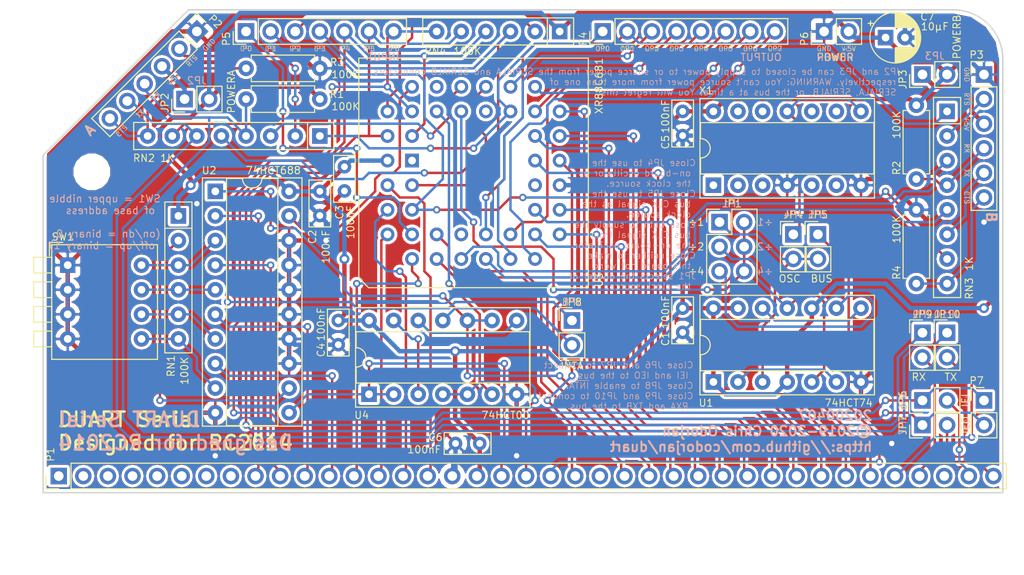
<source format=kicad_pcb>
(kicad_pcb (version 4) (host pcbnew 4.0.5)
  (title_block (title "RC2014 DUART") (date 2020-04-07))
  (layers (0 F.Cu signal) (31 B.Cu signal) (34 B.Paste user) (35 F.Paste user) (36 B.SilkS user) (37 F.SilkS user) (38 B.Mask user) (39 F.Mask user) (44 Edge.Cuts user))
  (net 0 "")
  (net 1 VCC)
  (net 2 GND)
  (net 3 /CLKDIV1)
  (net 4 "Net-(JP1-Pad2)")
  (net 5 /CLKDIV2)
  (net 6 /CLKDIV4)
  (net 7 "Net-(JP2-Pad1)")
  (net 8 "Net-(JP3-Pad1)")
  (net 9 "Net-(JP4-Pad1)")
  (net 10 /CLK)
  (net 11 /IP4)
  (net 12 /IEI)
  (net 13 /IP5)
  (net 14 /IEO)
  (net 15 /IP6)
  (net 16 /~INTA)
  (net 17 /RXA)
  (net 18 /RX)
  (net 19 /TXA)
  (net 20 /TX)
  (net 21 "Net-(P1-Pad1)")
  (net 22 "Net-(P1-Pad2)")
  (net 23 "Net-(P1-Pad3)")
  (net 24 "Net-(P1-Pad4)")
  (net 25 "Net-(P1-Pad5)")
  (net 26 "Net-(P1-Pad6)")
  (net 27 "Net-(P1-Pad7)")
  (net 28 "Net-(P1-Pad8)")
  (net 29 /A7)
  (net 30 /A6)
  (net 31 /A5)
  (net 32 /A4)
  (net 33 /A3)
  (net 34 /A2)
  (net 35 /A1)
  (net 36 /A0)
  (net 37 /~M1)
  (net 38 /~RESET)
  (net 39 /~INT)
  (net 40 "Net-(P1-Pad23)")
  (net 41 /~WR)
  (net 42 /~RD)
  (net 43 /~IORQ)
  (net 44 /D0)
  (net 45 /D1)
  (net 46 /D2)
  (net 47 /D3)
  (net 48 /D4)
  (net 49 /D5)
  (net 50 /D6)
  (net 51 /D7)
  (net 52 "Net-(P1-Pad37)")
  (net 53 /~RTSA)
  (net 54 /~CTSA)
  (net 55 /~RTSB)
  (net 56 /RXB)
  (net 57 /TXB)
  (net 58 /~CTSB)
  (net 59 /OP0)
  (net 60 /OP1)
  (net 61 /OP2)
  (net 62 /OP3)
  (net 63 /OP4)
  (net 64 /OP5)
  (net 65 /OP6)
  (net 66 /OP7)
  (net 67 /IP0)
  (net 68 /IP1)
  (net 69 /IP2)
  (net 70 /IP3)
  (net 71 "Net-(RN1-Pad2)")
  (net 72 "Net-(RN1-Pad3)")
  (net 73 "Net-(RN1-Pad4)")
  (net 74 "Net-(RN1-Pad5)")
  (net 75 "Net-(RN1-Pad6)")
  (net 76 "Net-(RN2-Pad3)")
  (net 77 "Net-(RN2-Pad5)")
  (net 78 "Net-(RN3-Pad3)")
  (net 79 "Net-(RN3-Pad5)")
  (net 80 "Net-(U1-Pad12)")
  (net 81 "Net-(U1-Pad2)")
  (net 82 /~CS)
  (net 83 "Net-(U3-Pad1)")
  (net 84 "Net-(U3-Pad12)")
  (net 85 "Net-(U3-Pad23)")
  (net 86 "Net-(U3-Pad34)")
  (net 87 /RESET)
  (net 88 "Net-(U3-Pad37)")
  (net 89 "Net-(X1-Pad1)")
  (net 90 "Net-(X1-Pad2)")
  (net 91 "Net-(X1-Pad9)")
  (net 92 "Net-(X1-Pad3)")
  (net 93 "Net-(X1-Pad10)")
  (net 94 "Net-(X1-Pad5)")
  (net 95 "Net-(X1-Pad12)")
  (net 96 "Net-(X1-Pad6)")
  (net 97 "Net-(X1-Pad13)")
  (net 98 "Net-(U4-Pad12)")
  (net 99 "Net-(U4-Pad13)")
  (module Capacitor_THT:C_Rect_L4.6mm_W2.0mm_P2.50mm_MKS02_FKP02 (layer F.Cu) (at 154.94 119.38 270)
    (fp_text reference C1 (at 3.175 1.778 270) (layer F.SilkS) (effects (font (size 0.75 0.75) (thickness 0.1))))
    (fp_text value 100nF)
    (pad 1 thru_hole circle (at 0 0 270) (size 1.4 1.4) (drill 0.7) (layers *.Cu *.Mask) (net 1 VCC))
    (pad 2 thru_hole circle (at 2.5 0 270) (size 1.4 1.4) (drill 0.7) (layers *.Cu *.Mask) (net 2 GND))
  )
  (module Capacitor_THT:C_Rect_L4.6mm_W2.0mm_P2.50mm_MKS02_FKP02 (layer F.Cu) (at 117.475 107.315 270)
    (fp_text reference C2 (at 4.699 0.762 270) (layer F.SilkS) (effects (font (size 0.75 0.75) (thickness 0.1))))
    (fp_text value 100nF)
    (pad 1 thru_hole circle (at 0 0 270) (size 1.4 1.4) (drill 0.7) (layers *.Cu *.Mask) (net 1 VCC))
    (pad 2 thru_hole circle (at 2.5 0 270) (size 1.4 1.4) (drill 0.7) (layers *.Cu *.Mask) (net 2 GND))
  )
  (module Capacitor_THT:C_Rect_L4.6mm_W2.0mm_P2.50mm_MKS02_FKP02 (layer F.Cu) (at 120.015 104.775 270)
    (fp_text reference C3 (at 4.699 0.508 270) (layer F.SilkS) (effects (font (size 0.75 0.75) (thickness 0.1))))
    (fp_text value 100nF)
    (pad 1 thru_hole circle (at 0 0 270) (size 1.4 1.4) (drill 0.7) (layers *.Cu *.Mask) (net 1 VCC))
    (pad 2 thru_hole circle (at 2.5 0 270) (size 1.4 1.4) (drill 0.7) (layers *.Cu *.Mask) (net 2 GND))
  )
  (module Capacitor_THT:C_Rect_L4.6mm_W2.0mm_P2.50mm_MKS02_FKP02 (layer F.Cu) (at 119.38 120.65 270)
    (fp_text reference C4 (at 3.048 1.778 270) (layer F.SilkS) (effects (font (size 0.75 0.75) (thickness 0.1))))
    (fp_text value 100nF)
    (pad 1 thru_hole circle (at 0 0 270) (size 1.4 1.4) (drill 0.7) (layers *.Cu *.Mask) (net 1 VCC))
    (pad 2 thru_hole circle (at 2.5 0 270) (size 1.4 1.4) (drill 0.7) (layers *.Cu *.Mask) (net 2 GND))
  )
  (module Capacitor_THT:C_Rect_L4.6mm_W2.0mm_P2.50mm_MKS02_FKP02 (layer F.Cu) (at 154.94 99.06 270)
    (fp_text reference C5 (at 3.175 1.778 270) (layer F.SilkS) (effects (font (size 0.75 0.75) (thickness 0.1))))
    (fp_text value 100nF)
    (pad 1 thru_hole circle (at 0 0 270) (size 1.4 1.4) (drill 0.7) (layers *.Cu *.Mask) (net 1 VCC))
    (pad 2 thru_hole circle (at 2.5 0 270) (size 1.4 1.4) (drill 0.7) (layers *.Cu *.Mask) (net 2 GND))
  )
  (module Capacitor_THT:C_Rect_L4.6mm_W2.0mm_P2.50mm_MKS02_FKP02 (layer F.Cu) (at 133.985 133.35 180)
    (fp_text reference C6 (at 4.572 0.635 180) (layer F.SilkS) (effects (font (size 0.75 0.75) (thickness 0.1))))
    (fp_text value 100nF)
    (pad 1 thru_hole circle (at 0 0 180) (size 1.4 1.4) (drill 0.7) (layers *.Cu *.Mask) (net 1 VCC))
    (pad 2 thru_hole circle (at 2.5 0 180) (size 1.4 1.4) (drill 0.7) (layers *.Cu *.Mask) (net 2 GND))
  )
  (module Capacitor_THT:CP_Radial_D5.0mm_P2.00mm (layer F.Cu) (at 175.895 91.44)
    (fp_text reference C7 (at 4.318 -2.159) (layer F.SilkS) (effects (font (size 0.75 0.75) (thickness 0.1))))
    (fp_text value 10µF)
    (pad 1 thru_hole rect (at 0 0) (size 1.6 1.6) (drill 0.8) (layers *.Cu *.Mask) (net 1 VCC))
    (pad 2 thru_hole circle (at 2 0) (size 1.6 1.6) (drill 0.8) (layers *.Cu *.Mask) (net 2 GND))
  )
  (module Connector_PinHeader_2.54mm:PinHeader_2x03_P2.54mm_Vertical (layer F.Cu) (at 158.75 110.49)
    (fp_text reference JP1 (at 1.27 -1.905) (layer F.SilkS) (effects (font (size 0.75 0.75) (thickness 0.1))))
    (fp_text value CLKIN)
    (pad 1 thru_hole rect (at 0 0) (size 1.7 1.7) (drill 1) (layers *.Cu *.Mask) (net 3 /CLKDIV1))
    (pad 2 thru_hole oval (at 2.54 0) (size 1.7 1.7) (drill 1) (layers *.Cu *.Mask) (net 4 "Net-(JP1-Pad2)"))
    (pad 3 thru_hole oval (at 0 2.54) (size 1.7 1.7) (drill 1) (layers *.Cu *.Mask) (net 5 /CLKDIV2))
    (pad 4 thru_hole oval (at 2.54 2.54) (size 1.7 1.7) (drill 1) (layers *.Cu *.Mask) (net 4 "Net-(JP1-Pad2)"))
    (pad 5 thru_hole oval (at 0 5.08) (size 1.7 1.7) (drill 1) (layers *.Cu *.Mask) (net 6 /CLKDIV4))
    (pad 6 thru_hole oval (at 2.54 5.08) (size 1.7 1.7) (drill 1) (layers *.Cu *.Mask) (net 4 "Net-(JP1-Pad2)"))
  )
  (module Connector_PinHeader_2.54mm:PinHeader_1x02_P2.54mm_Vertical (layer F.Cu) (at 103.505 97.79 90)
    (fp_text reference JP2 (at -0.381 -2.032 90) (layer F.SilkS) (effects (font (size 0.75 0.75) (thickness 0.1))))
    (fp_text value POWERA)
    (pad 1 thru_hole rect (at 0 0 90) (size 1.7 1.7) (drill 1) (layers *.Cu *.Mask) (net 7 "Net-(JP2-Pad1)"))
    (pad 2 thru_hole oval (at 0 2.54 90) (size 1.7 1.7) (drill 1) (layers *.Cu *.Mask) (net 1 VCC))
  )
  (module Connector_PinHeader_2.54mm:PinHeader_1x02_P2.54mm_Vertical (layer F.Cu) (at 179.705 95.25 90)
    (fp_text reference JP3 (at -0.508 -2.032 90) (layer F.SilkS) (effects (font (size 0.75 0.75) (thickness 0.1))))
    (fp_text value POWERB)
    (pad 1 thru_hole rect (at 0 0 90) (size 1.7 1.7) (drill 1) (layers *.Cu *.Mask) (net 8 "Net-(JP3-Pad1)"))
    (pad 2 thru_hole oval (at 0 2.54 90) (size 1.7 1.7) (drill 1) (layers *.Cu *.Mask) (net 1 VCC))
  )
  (module Connector_PinHeader_2.54mm:PinHeader_1x02_P2.54mm_Vertical (layer F.Cu) (at 166.37 111.76)
    (fp_text reference JP4 (at 0 -2.032) (layer F.SilkS) (effects (font (size 0.75 0.75) (thickness 0.1))))
    (fp_text value OSCCLK)
    (pad 1 thru_hole rect (at 0 0) (size 1.7 1.7) (drill 1) (layers *.Cu *.Mask) (net 9 "Net-(JP4-Pad1)"))
    (pad 2 thru_hole oval (at 0 2.54) (size 1.7 1.7) (drill 1) (layers *.Cu *.Mask) (net 3 /CLKDIV1))
  )
  (module Connector_PinHeader_2.54mm:PinHeader_1x02_P2.54mm_Vertical (layer F.Cu) (at 168.91 111.76)
    (fp_text reference JP5 (at 0 -2.032) (layer F.SilkS) (effects (font (size 0.75 0.75) (thickness 0.1))))
    (fp_text value BUSCLK)
    (pad 1 thru_hole rect (at 0 0) (size 1.7 1.7) (drill 1) (layers *.Cu *.Mask) (net 10 /CLK))
    (pad 2 thru_hole oval (at 0 2.54) (size 1.7 1.7) (drill 1) (layers *.Cu *.Mask) (net 3 /CLKDIV1))
  )
  (module Connector_PinHeader_2.54mm:PinHeader_1x02_P2.54mm_Vertical (layer F.Cu) (at 179.705 128.905 90)
    (fp_text reference JP6 (at 0 -2.032 90) (layer F.SilkS) (effects (font (size 0.75 0.75) (thickness 0.1))))
    (fp_text value IEI)
    (pad 1 thru_hole rect (at 0 0 90) (size 1.7 1.7) (drill 1) (layers *.Cu *.Mask) (net 11 /IP4))
    (pad 2 thru_hole oval (at 0 2.54 90) (size 1.7 1.7) (drill 1) (layers *.Cu *.Mask) (net 12 /IEI))
  )
  (module Connector_PinHeader_2.54mm:PinHeader_1x02_P2.54mm_Vertical (layer F.Cu) (at 179.705 131.445 90)
    (fp_text reference JP7 (at 0 -2.032 90) (layer F.SilkS) (effects (font (size 0.75 0.75) (thickness 0.1))))
    (fp_text value IEO)
    (pad 1 thru_hole rect (at 0 0 90) (size 1.7 1.7) (drill 1) (layers *.Cu *.Mask) (net 13 /IP5))
    (pad 2 thru_hole oval (at 0 2.54 90) (size 1.7 1.7) (drill 1) (layers *.Cu *.Mask) (net 14 /IEO))
  )
  (module Connector_PinHeader_2.54mm:PinHeader_1x02_P2.54mm_Vertical (layer F.Cu) (at 143.51 120.65)
    (fp_text reference JP8 (at 0 -1.905) (layer F.SilkS) (effects (font (size 0.75 0.75) (thickness 0.1))))
    (fp_text value ~INTA)
    (pad 1 thru_hole rect (at 0 0) (size 1.7 1.7) (drill 1) (layers *.Cu *.Mask) (net 15 /IP6))
    (pad 2 thru_hole oval (at 0 2.54) (size 1.7 1.7) (drill 1) (layers *.Cu *.Mask) (net 16 /~INTA))
  )
  (module Connector_PinHeader_2.54mm:PinHeader_1x02_P2.54mm_Vertical (layer F.Cu) (at 179.705 121.92)
    (fp_text reference JP9 (at 0 -1.905) (layer F.SilkS) (effects (font (size 0.75 0.75) (thickness 0.1))))
    (fp_text value RXBUS)
    (pad 1 thru_hole rect (at 0 0) (size 1.7 1.7) (drill 1) (layers *.Cu *.Mask) (net 17 /RXA))
    (pad 2 thru_hole oval (at 0 2.54) (size 1.7 1.7) (drill 1) (layers *.Cu *.Mask) (net 18 /RX))
  )
  (module Connector_PinHeader_2.54mm:PinHeader_1x02_P2.54mm_Vertical (layer F.Cu) (at 182.245 121.92)
    (fp_text reference JP10 (at 0 -1.905) (layer F.SilkS) (effects (font (size 0.75 0.75) (thickness 0.1))))
    (fp_text value TXBUS)
    (pad 1 thru_hole rect (at 0 0) (size 1.7 1.7) (drill 1) (layers *.Cu *.Mask) (net 19 /TXA))
    (pad 2 thru_hole oval (at 0 2.54) (size 1.7 1.7) (drill 1) (layers *.Cu *.Mask) (net 20 /TX))
  )
  (module Connector_PinHeader_2.54mm:PinHeader_1x39_P2.54mm_Vertical (layer F.Cu) (at 90.5129 136.7155 90)
    (fp_text reference P1 (at 2.2225 -0.8509 90) (layer F.SilkS) (effects (font (size 0.75 0.75) (thickness 0.1))))
    (fp_text value RC2014_STANDARD_DEV_39)
    (pad 1 thru_hole rect (at 0 0 90) (size 1.7 1.7) (drill 1) (layers *.Cu *.Mask) (net 21 "Net-(P1-Pad1)"))
    (pad 2 thru_hole oval (at 0 2.54 90) (size 1.7 1.7) (drill 1) (layers *.Cu *.Mask) (net 22 "Net-(P1-Pad2)"))
    (pad 3 thru_hole oval (at 0 5.08 90) (size 1.7 1.7) (drill 1) (layers *.Cu *.Mask) (net 23 "Net-(P1-Pad3)"))
    (pad 4 thru_hole oval (at 0 7.62 90) (size 1.7 1.7) (drill 1) (layers *.Cu *.Mask) (net 24 "Net-(P1-Pad4)"))
    (pad 5 thru_hole oval (at 0 10.16 90) (size 1.7 1.7) (drill 1) (layers *.Cu *.Mask) (net 25 "Net-(P1-Pad5)"))
    (pad 6 thru_hole oval (at 0 12.7 90) (size 1.7 1.7) (drill 1) (layers *.Cu *.Mask) (net 26 "Net-(P1-Pad6)"))
    (pad 7 thru_hole oval (at 0 15.24 90) (size 1.7 1.7) (drill 1) (layers *.Cu *.Mask) (net 27 "Net-(P1-Pad7)"))
    (pad 8 thru_hole oval (at 0 17.78 90) (size 1.7 1.7) (drill 1) (layers *.Cu *.Mask) (net 28 "Net-(P1-Pad8)"))
    (pad 9 thru_hole oval (at 0 20.32 90) (size 1.7 1.7) (drill 1) (layers *.Cu *.Mask) (net 29 /A7))
    (pad 10 thru_hole oval (at 0 22.86 90) (size 1.7 1.7) (drill 1) (layers *.Cu *.Mask) (net 30 /A6))
    (pad 11 thru_hole oval (at 0 25.4 90) (size 1.7 1.7) (drill 1) (layers *.Cu *.Mask) (net 31 /A5))
    (pad 12 thru_hole oval (at 0 27.94 90) (size 1.7 1.7) (drill 1) (layers *.Cu *.Mask) (net 32 /A4))
    (pad 13 thru_hole oval (at 0 30.48 90) (size 1.7 1.7) (drill 1) (layers *.Cu *.Mask) (net 33 /A3))
    (pad 14 thru_hole oval (at 0 33.02 90) (size 1.7 1.7) (drill 1) (layers *.Cu *.Mask) (net 34 /A2))
    (pad 15 thru_hole oval (at 0 35.56 90) (size 1.7 1.7) (drill 1) (layers *.Cu *.Mask) (net 35 /A1))
    (pad 16 thru_hole oval (at 0 38.1 90) (size 1.7 1.7) (drill 1) (layers *.Cu *.Mask) (net 36 /A0))
    (pad 17 thru_hole oval (at 0 40.64 90) (size 1.7 1.7) (drill 1) (layers *.Cu *.Mask) (net 2 GND))
    (pad 18 thru_hole oval (at 0 43.18 90) (size 1.7 1.7) (drill 1) (layers *.Cu *.Mask) (net 1 VCC))
    (pad 19 thru_hole oval (at 0 45.72 90) (size 1.7 1.7) (drill 1) (layers *.Cu *.Mask) (net 37 /~M1))
    (pad 20 thru_hole oval (at 0 48.26 90) (size 1.7 1.7) (drill 1) (layers *.Cu *.Mask) (net 38 /~RESET))
    (pad 21 thru_hole oval (at 0 50.8 90) (size 1.7 1.7) (drill 1) (layers *.Cu *.Mask) (net 10 /CLK))
    (pad 22 thru_hole oval (at 0 53.34 90) (size 1.7 1.7) (drill 1) (layers *.Cu *.Mask) (net 39 /~INT))
    (pad 23 thru_hole oval (at 0 55.88 90) (size 1.7 1.7) (drill 1) (layers *.Cu *.Mask) (net 40 "Net-(P1-Pad23)"))
    (pad 24 thru_hole oval (at 0 58.42 90) (size 1.7 1.7) (drill 1) (layers *.Cu *.Mask) (net 41 /~WR))
    (pad 25 thru_hole oval (at 0 60.96 90) (size 1.7 1.7) (drill 1) (layers *.Cu *.Mask) (net 42 /~RD))
    (pad 26 thru_hole oval (at 0 63.5 90) (size 1.7 1.7) (drill 1) (layers *.Cu *.Mask) (net 43 /~IORQ))
    (pad 27 thru_hole oval (at 0 66.04 90) (size 1.7 1.7) (drill 1) (layers *.Cu *.Mask) (net 44 /D0))
    (pad 28 thru_hole oval (at 0 68.58 90) (size 1.7 1.7) (drill 1) (layers *.Cu *.Mask) (net 45 /D1))
    (pad 29 thru_hole oval (at 0 71.12 90) (size 1.7 1.7) (drill 1) (layers *.Cu *.Mask) (net 46 /D2))
    (pad 30 thru_hole oval (at 0 73.66 90) (size 1.7 1.7) (drill 1) (layers *.Cu *.Mask) (net 47 /D3))
    (pad 31 thru_hole oval (at 0 76.2 90) (size 1.7 1.7) (drill 1) (layers *.Cu *.Mask) (net 48 /D4))
    (pad 32 thru_hole oval (at 0 78.74 90) (size 1.7 1.7) (drill 1) (layers *.Cu *.Mask) (net 49 /D5))
    (pad 33 thru_hole oval (at 0 81.28 90) (size 1.7 1.7) (drill 1) (layers *.Cu *.Mask) (net 50 /D6))
    (pad 34 thru_hole oval (at 0 83.82 90) (size 1.7 1.7) (drill 1) (layers *.Cu *.Mask) (net 51 /D7))
    (pad 35 thru_hole oval (at 0 86.36 90) (size 1.7 1.7) (drill 1) (layers *.Cu *.Mask) (net 20 /TX))
    (pad 36 thru_hole oval (at 0 88.9 90) (size 1.7 1.7) (drill 1) (layers *.Cu *.Mask) (net 18 /RX))
    (pad 37 thru_hole oval (at 0 91.44 90) (size 1.7 1.7) (drill 1) (layers *.Cu *.Mask) (net 52 "Net-(P1-Pad37)"))
    (pad 38 thru_hole oval (at 0 93.98 90) (size 1.7 1.7) (drill 1) (layers *.Cu *.Mask) (net 12 /IEI))
    (pad 39 thru_hole oval (at 0 96.52 90) (size 1.7 1.7) (drill 1) (layers *.Cu *.Mask) (net 14 /IEO))
  )
  (module Connector_PinHeader_2.54mm:PinHeader_1x06_P2.54mm_Vertical (layer F.Cu) (at 104.775 90.805 315)
    (fp_text reference P2 (at 0.628618 -2.065459 315) (layer F.SilkS) (effects (font (size 0.75 0.75) (thickness 0.1))))
    (fp_text value SERIALA)
    (pad 1 thru_hole rect (at 0 0 315) (size 1.7 1.7) (drill 1) (layers *.Cu *.Mask) (net 2 GND))
    (pad 2 thru_hole oval (at 0 2.54 315) (size 1.7 1.7) (drill 1) (layers *.Cu *.Mask) (net 53 /~RTSA))
    (pad 3 thru_hole oval (at 0 5.08 315) (size 1.7 1.7) (drill 1) (layers *.Cu *.Mask) (net 7 "Net-(JP2-Pad1)"))
    (pad 4 thru_hole oval (at 0 7.62 315) (size 1.7 1.7) (drill 1) (layers *.Cu *.Mask) (net 17 /RXA))
    (pad 5 thru_hole oval (at 0 10.16 315) (size 1.7 1.7) (drill 1) (layers *.Cu *.Mask) (net 19 /TXA))
    (pad 6 thru_hole oval (at 0 12.7 315) (size 1.7 1.7) (drill 1) (layers *.Cu *.Mask) (net 54 /~CTSA))
  )
  (module Connector_PinHeader_2.54mm:PinHeader_1x06_P2.54mm_Vertical (layer F.Cu) (at 186.055 95.25)
    (fp_text reference P3 (at -0.762 -2.032) (layer F.SilkS) (effects (font (size 0.75 0.75) (thickness 0.1))))
    (fp_text value SERIALB)
    (pad 1 thru_hole rect (at 0 0) (size 1.7 1.7) (drill 1) (layers *.Cu *.Mask) (net 2 GND))
    (pad 2 thru_hole oval (at 0 2.54) (size 1.7 1.7) (drill 1) (layers *.Cu *.Mask) (net 55 /~RTSB))
    (pad 3 thru_hole oval (at 0 5.08) (size 1.7 1.7) (drill 1) (layers *.Cu *.Mask) (net 8 "Net-(JP3-Pad1)"))
    (pad 4 thru_hole oval (at 0 7.62) (size 1.7 1.7) (drill 1) (layers *.Cu *.Mask) (net 56 /RXB))
    (pad 5 thru_hole oval (at 0 10.16) (size 1.7 1.7) (drill 1) (layers *.Cu *.Mask) (net 57 /TXB))
    (pad 6 thru_hole oval (at 0 12.7) (size 1.7 1.7) (drill 1) (layers *.Cu *.Mask) (net 58 /~CTSB))
  )
  (module Connector_PinHeader_2.54mm:PinHeader_1x08_P2.54mm_Vertical (layer F.Cu) (at 146.685 90.805 90)
    (fp_text reference P4 (at -0.762 -2.032 90) (layer F.SilkS) (effects (font (size 0.75 0.75) (thickness 0.1))))
    (fp_text value OUTPUT)
    (pad 1 thru_hole rect (at 0 0 90) (size 1.7 1.7) (drill 1) (layers *.Cu *.Mask) (net 59 /OP0))
    (pad 2 thru_hole oval (at 0 2.54 90) (size 1.7 1.7) (drill 1) (layers *.Cu *.Mask) (net 60 /OP1))
    (pad 3 thru_hole oval (at 0 5.08 90) (size 1.7 1.7) (drill 1) (layers *.Cu *.Mask) (net 61 /OP2))
    (pad 4 thru_hole oval (at 0 7.62 90) (size 1.7 1.7) (drill 1) (layers *.Cu *.Mask) (net 62 /OP3))
    (pad 5 thru_hole oval (at 0 10.16 90) (size 1.7 1.7) (drill 1) (layers *.Cu *.Mask) (net 63 /OP4))
    (pad 6 thru_hole oval (at 0 12.7 90) (size 1.7 1.7) (drill 1) (layers *.Cu *.Mask) (net 64 /OP5))
    (pad 7 thru_hole oval (at 0 15.24 90) (size 1.7 1.7) (drill 1) (layers *.Cu *.Mask) (net 65 /OP6))
    (pad 8 thru_hole oval (at 0 17.78 90) (size 1.7 1.7) (drill 1) (layers *.Cu *.Mask) (net 66 /OP7))
  )
  (module Connector_PinHeader_2.54mm:PinHeader_1x07_P2.54mm_Vertical (layer F.Cu) (at 109.855 90.805 90)
    (fp_text reference P5 (at -0.762 -2.032 90) (layer F.SilkS) (effects (font (size 0.75 0.75) (thickness 0.1))))
    (fp_text value INPUT)
    (pad 1 thru_hole rect (at 0 0 90) (size 1.7 1.7) (drill 1) (layers *.Cu *.Mask) (net 67 /IP0))
    (pad 2 thru_hole oval (at 0 2.54 90) (size 1.7 1.7) (drill 1) (layers *.Cu *.Mask) (net 68 /IP1))
    (pad 3 thru_hole oval (at 0 5.08 90) (size 1.7 1.7) (drill 1) (layers *.Cu *.Mask) (net 69 /IP2))
    (pad 4 thru_hole oval (at 0 7.62 90) (size 1.7 1.7) (drill 1) (layers *.Cu *.Mask) (net 70 /IP3))
    (pad 5 thru_hole oval (at 0 10.16 90) (size 1.7 1.7) (drill 1) (layers *.Cu *.Mask) (net 11 /IP4))
    (pad 6 thru_hole oval (at 0 12.7 90) (size 1.7 1.7) (drill 1) (layers *.Cu *.Mask) (net 13 /IP5))
    (pad 7 thru_hole oval (at 0 15.24 90) (size 1.7 1.7) (drill 1) (layers *.Cu *.Mask) (net 15 /IP6))
  )
  (module Connector_PinHeader_2.54mm:PinHeader_1x02_P2.54mm_Vertical (layer F.Cu) (at 169.545 90.805 90)
    (fp_text reference P6 (at -0.762 -2.032 90) (layer F.SilkS) (effects (font (size 0.75 0.75) (thickness 0.1))))
    (fp_text value POWER)
    (pad 1 thru_hole rect (at 0 0 90) (size 1.7 1.7) (drill 1) (layers *.Cu *.Mask) (net 2 GND))
    (pad 2 thru_hole oval (at 0 2.54 90) (size 1.7 1.7) (drill 1) (layers *.Cu *.Mask) (net 1 VCC))
  )
  (module Connector_PinHeader_2.54mm:PinHeader_1x02_P2.54mm_Vertical (layer F.Cu) (at 186.055 128.905)
    (fp_text reference P7 (at -0.762 -2.032) (layer F.SilkS) (effects (font (size 0.75 0.75) (thickness 0.1))))
    (fp_text value IEO/IEI)
    (pad 1 thru_hole rect (at 0 0) (size 1.7 1.7) (drill 1) (layers *.Cu *.Mask) (net 11 /IP4))
    (pad 2 thru_hole oval (at 0 2.54) (size 1.7 1.7) (drill 1) (layers *.Cu *.Mask) (net 13 /IP5))
  )
  (module Resistor_THT:R_Axial_DIN0207_L6.3mm_D2.5mm_P7.62mm_Horizontal (layer F.Cu) (at 117.475 97.79 180)
    (fp_text reference R1 (at -1.778 0.508 180) (layer F.SilkS) (effects (font (size 0.75 0.75) (thickness 0.1))))
    (fp_text value 100K)
    (pad 1 thru_hole circle (at 0 0 180) (size 1.6 1.6) (drill 0.8) (layers *.Cu *.Mask) (net 1 VCC))
    (pad 2 thru_hole oval (at 7.62 0 180) (size 1.6 1.6) (drill 0.8) (layers *.Cu *.Mask) (net 17 /RXA))
  )
  (module Resistor_THT:R_Axial_DIN0207_L6.3mm_D2.5mm_P7.62mm_Horizontal (layer F.Cu) (at 179.07 98.425 270)
    (fp_text reference R2 (at 6.477 2.032 270) (layer F.SilkS) (effects (font (size 0.75 0.75) (thickness 0.1))))
    (fp_text value 100K)
    (pad 1 thru_hole circle (at 0 0 270) (size 1.6 1.6) (drill 0.8) (layers *.Cu *.Mask) (net 1 VCC))
    (pad 2 thru_hole oval (at 7.62 0 270) (size 1.6 1.6) (drill 0.8) (layers *.Cu *.Mask) (net 56 /RXB))
  )
  (module Resistor_THT:R_Axial_DIN0207_L6.3mm_D2.5mm_P7.62mm_Horizontal (layer F.Cu) (at 109.855 94.615)
    (fp_text reference R3 (at 9.398 -0.635) (layer F.SilkS) (effects (font (size 0.75 0.75) (thickness 0.1))))
    (fp_text value 100K)
    (pad 1 thru_hole circle (at 0 0) (size 1.6 1.6) (drill 0.8) (layers *.Cu *.Mask) (net 54 /~CTSA))
    (pad 2 thru_hole oval (at 7.62 0) (size 1.6 1.6) (drill 0.8) (layers *.Cu *.Mask) (net 2 GND))
  )
  (module Resistor_THT:R_Axial_DIN0207_L6.3mm_D2.5mm_P7.62mm_Horizontal (layer F.Cu) (at 179.07 116.84 90)
    (fp_text reference R4 (at 1.143 -2.032 90) (layer F.SilkS) (effects (font (size 0.75 0.75) (thickness 0.1))))
    (fp_text value 100K)
    (pad 1 thru_hole circle (at 0 0 90) (size 1.6 1.6) (drill 0.8) (layers *.Cu *.Mask) (net 58 /~CTSB))
    (pad 2 thru_hole oval (at 7.62 0 90) (size 1.6 1.6) (drill 0.8) (layers *.Cu *.Mask) (net 2 GND))
  )
  (module Resistor_THT:R_Array_SIP6 (layer F.Cu) (at 102.87 109.855 270)
    (fp_text reference RN1 (at 15.494 0.762 270) (layer F.SilkS) (effects (font (size 0.75 0.75) (thickness 0.1))))
    (fp_text value 100K)
    (pad 1 thru_hole rect (at 0 0 270) (size 1.6 1.6) (drill 0.8) (layers *.Cu *.Mask) (net 1 VCC))
    (pad 2 thru_hole oval (at 2.54 0 270) (size 1.6 1.6) (drill 0.8) (layers *.Cu *.Mask) (net 71 "Net-(RN1-Pad2)"))
    (pad 3 thru_hole oval (at 5.08 0 270) (size 1.6 1.6) (drill 0.8) (layers *.Cu *.Mask) (net 72 "Net-(RN1-Pad3)"))
    (pad 4 thru_hole oval (at 7.62 0 270) (size 1.6 1.6) (drill 0.8) (layers *.Cu *.Mask) (net 73 "Net-(RN1-Pad4)"))
    (pad 5 thru_hole oval (at 10.16 0 270) (size 1.6 1.6) (drill 0.8) (layers *.Cu *.Mask) (net 74 "Net-(RN1-Pad5)"))
    (pad 6 thru_hole oval (at 12.7 0 270) (size 1.6 1.6) (drill 0.8) (layers *.Cu *.Mask) (net 75 "Net-(RN1-Pad6)"))
  )
  (module Resistor_THT:R_Array_SIP8 (layer F.Cu) (at 117.475 101.6 180)
    (fp_text reference RN2 (at 18.161 -2.286 180) (layer F.SilkS) (effects (font (size 0.75 0.75) (thickness 0.1))))
    (fp_text value 1K)
    (pad 1 thru_hole rect (at 0 0 180) (size 1.6 1.6) (drill 0.8) (layers *.Cu *.Mask) (net 59 /OP0))
    (pad 2 thru_hole oval (at 2.54 0 180) (size 1.6 1.6) (drill 0.8) (layers *.Cu *.Mask) (net 53 /~RTSA))
    (pad 3 thru_hole oval (at 5.08 0 180) (size 1.6 1.6) (drill 0.8) (layers *.Cu *.Mask) (net 76 "Net-(RN2-Pad3)"))
    (pad 4 thru_hole oval (at 7.62 0 180) (size 1.6 1.6) (drill 0.8) (layers *.Cu *.Mask) (net 17 /RXA))
    (pad 5 thru_hole oval (at 10.16 0 180) (size 1.6 1.6) (drill 0.8) (layers *.Cu *.Mask) (net 77 "Net-(RN2-Pad5)"))
    (pad 6 thru_hole oval (at 12.7 0 180) (size 1.6 1.6) (drill 0.8) (layers *.Cu *.Mask) (net 19 /TXA))
    (pad 7 thru_hole oval (at 15.24 0 180) (size 1.6 1.6) (drill 0.8) (layers *.Cu *.Mask) (net 67 /IP0))
    (pad 8 thru_hole oval (at 17.78 0 180) (size 1.6 1.6) (drill 0.8) (layers *.Cu *.Mask) (net 54 /~CTSA))
  )
  (module Resistor_THT:R_Array_SIP8 (layer F.Cu) (at 182.245 99.06 270)
    (fp_text reference RN3 (at 18.288 -2.286 270) (layer F.SilkS) (effects (font (size 0.75 0.75) (thickness 0.1))))
    (fp_text value 1K)
    (pad 1 thru_hole rect (at 0 0 270) (size 1.6 1.6) (drill 0.8) (layers *.Cu *.Mask) (net 60 /OP1))
    (pad 2 thru_hole oval (at 2.54 0 270) (size 1.6 1.6) (drill 0.8) (layers *.Cu *.Mask) (net 55 /~RTSB))
    (pad 3 thru_hole oval (at 5.08 0 270) (size 1.6 1.6) (drill 0.8) (layers *.Cu *.Mask) (net 78 "Net-(RN3-Pad3)"))
    (pad 4 thru_hole oval (at 7.62 0 270) (size 1.6 1.6) (drill 0.8) (layers *.Cu *.Mask) (net 56 /RXB))
    (pad 5 thru_hole oval (at 10.16 0 270) (size 1.6 1.6) (drill 0.8) (layers *.Cu *.Mask) (net 79 "Net-(RN3-Pad5)"))
    (pad 6 thru_hole oval (at 12.7 0 270) (size 1.6 1.6) (drill 0.8) (layers *.Cu *.Mask) (net 57 /TXB))
    (pad 7 thru_hole oval (at 15.24 0 270) (size 1.6 1.6) (drill 0.8) (layers *.Cu *.Mask) (net 68 /IP1))
    (pad 8 thru_hole oval (at 17.78 0 270) (size 1.6 1.6) (drill 0.8) (layers *.Cu *.Mask) (net 58 /~CTSB))
  )
  (module Resistor_THT:R_Array_SIP6 (layer F.Cu) (at 142.24 90.805 180)
    (fp_text reference RN4 (at 12.827 -2.032 180) (layer F.SilkS) (effects (font (size 0.75 0.75) (thickness 0.1))))
    (fp_text value 100K)
    (pad 1 thru_hole rect (at 0 0 180) (size 1.6 1.6) (drill 0.8) (layers *.Cu *.Mask) (net 1 VCC))
    (pad 2 thru_hole oval (at 2.54 0 180) (size 1.6 1.6) (drill 0.8) (layers *.Cu *.Mask) (net 69 /IP2))
    (pad 3 thru_hole oval (at 5.08 0 180) (size 1.6 1.6) (drill 0.8) (layers *.Cu *.Mask) (net 70 /IP3))
    (pad 4 thru_hole oval (at 7.62 0 180) (size 1.6 1.6) (drill 0.8) (layers *.Cu *.Mask) (net 11 /IP4))
    (pad 5 thru_hole oval (at 10.16 0 180) (size 1.6 1.6) (drill 0.8) (layers *.Cu *.Mask) (net 13 /IP5))
    (pad 6 thru_hole oval (at 12.7 0 180) (size 1.6 1.6) (drill 0.8) (layers *.Cu *.Mask) (net 15 /IP6))
  )
  (module Button_Switch_THT:SW_DIP_SPSTx04_Piano_10.8x11.72mm_W7.62mm_P2.54mm (layer F.Cu) (at 91.44 114.935)
    (fp_text reference SW1 (at -0.508 -2.921) (layer F.SilkS) (effects (font (size 0.75 0.75) (thickness 0.1))))
    (fp_text value Switch_DIP_4)
    (pad 1 thru_hole rect (at 0 0) (size 1.6 1.6) (drill 0.8) (layers *.Cu *.Mask) (net 2 GND))
    (pad 5 thru_hole oval (at 7.62 7.62) (size 1.6 1.6) (drill 0.8) (layers *.Cu *.Mask) (net 75 "Net-(RN1-Pad6)"))
    (pad 2 thru_hole oval (at 0 2.54) (size 1.6 1.6) (drill 0.8) (layers *.Cu *.Mask) (net 2 GND))
    (pad 6 thru_hole oval (at 7.62 5.08) (size 1.6 1.6) (drill 0.8) (layers *.Cu *.Mask) (net 74 "Net-(RN1-Pad5)"))
    (pad 3 thru_hole oval (at 0 5.08) (size 1.6 1.6) (drill 0.8) (layers *.Cu *.Mask) (net 2 GND))
    (pad 7 thru_hole oval (at 7.62 2.54) (size 1.6 1.6) (drill 0.8) (layers *.Cu *.Mask) (net 73 "Net-(RN1-Pad4)"))
    (pad 4 thru_hole oval (at 0 7.62) (size 1.6 1.6) (drill 0.8) (layers *.Cu *.Mask) (net 2 GND))
    (pad 8 thru_hole oval (at 7.62 0) (size 1.6 1.6) (drill 0.8) (layers *.Cu *.Mask) (net 72 "Net-(RN1-Pad3)"))
  )
  (module Package_DIP:DIP-14_W7.62mm_Socket (layer F.Cu) (at 158.115 127 90)
    (fp_text reference U1 (at -2.159 -0.762 180) (layer F.SilkS) (effects (font (size 0.75 0.75) (thickness 0.1))))
    (fp_text value 74HCT74)
    (pad 1 thru_hole rect (at 0 0 90) (size 1.6 1.6) (drill 0.8) (layers *.Cu *.Mask) (net 1 VCC))
    (pad 8 thru_hole oval (at 7.62 15.24 90) (size 1.6 1.6) (drill 0.8) (layers *.Cu *.Mask) (net 80 "Net-(U1-Pad12)"))
    (pad 2 thru_hole oval (at 0 2.54 90) (size 1.6 1.6) (drill 0.8) (layers *.Cu *.Mask) (net 81 "Net-(U1-Pad2)"))
    (pad 9 thru_hole oval (at 7.62 12.7 90) (size 1.6 1.6) (drill 0.8) (layers *.Cu *.Mask) (net 6 /CLKDIV4))
    (pad 3 thru_hole oval (at 0 5.08 90) (size 1.6 1.6) (drill 0.8) (layers *.Cu *.Mask) (net 3 /CLKDIV1))
    (pad 10 thru_hole oval (at 7.62 10.16 90) (size 1.6 1.6) (drill 0.8) (layers *.Cu *.Mask) (net 1 VCC))
    (pad 4 thru_hole oval (at 0 7.62 90) (size 1.6 1.6) (drill 0.8) (layers *.Cu *.Mask) (net 1 VCC))
    (pad 11 thru_hole oval (at 7.62 7.62 90) (size 1.6 1.6) (drill 0.8) (layers *.Cu *.Mask) (net 5 /CLKDIV2))
    (pad 5 thru_hole oval (at 0 10.16 90) (size 1.6 1.6) (drill 0.8) (layers *.Cu *.Mask) (net 5 /CLKDIV2))
    (pad 12 thru_hole oval (at 7.62 5.08 90) (size 1.6 1.6) (drill 0.8) (layers *.Cu *.Mask) (net 80 "Net-(U1-Pad12)"))
    (pad 6 thru_hole oval (at 0 12.7 90) (size 1.6 1.6) (drill 0.8) (layers *.Cu *.Mask) (net 81 "Net-(U1-Pad2)"))
    (pad 13 thru_hole oval (at 7.62 2.54 90) (size 1.6 1.6) (drill 0.8) (layers *.Cu *.Mask) (net 1 VCC))
    (pad 7 thru_hole oval (at 0 15.24 90) (size 1.6 1.6) (drill 0.8) (layers *.Cu *.Mask) (net 2 GND))
    (pad 14 thru_hole oval (at 7.62 0 90) (size 1.6 1.6) (drill 0.8) (layers *.Cu *.Mask) (net 1 VCC))
  )
  (module Package_DIP:DIP-20_W7.62mm_Socket (layer F.Cu) (at 106.68 107.315)
    (fp_text reference U2 (at -0.635 -2.159) (layer F.SilkS) (effects (font (size 0.75 0.75) (thickness 0.1))))
    (fp_text value 74HCT688)
    (pad 1 thru_hole rect (at 0 0) (size 1.6 1.6) (drill 0.8) (layers *.Cu *.Mask) (net 43 /~IORQ))
    (pad 11 thru_hole oval (at 7.62 22.86) (size 1.6 1.6) (drill 0.8) (layers *.Cu *.Mask) (net 37 /~M1))
    (pad 2 thru_hole oval (at 0 2.54) (size 1.6 1.6) (drill 0.8) (layers *.Cu *.Mask) (net 29 /A7))
    (pad 12 thru_hole oval (at 7.62 20.32) (size 1.6 1.6) (drill 0.8) (layers *.Cu *.Mask) (net 71 "Net-(RN1-Pad2)"))
    (pad 3 thru_hole oval (at 0 5.08) (size 1.6 1.6) (drill 0.8) (layers *.Cu *.Mask) (net 72 "Net-(RN1-Pad3)"))
    (pad 13 thru_hole oval (at 7.62 17.78) (size 1.6 1.6) (drill 0.8) (layers *.Cu *.Mask) (net 2 GND))
    (pad 4 thru_hole oval (at 0 7.62) (size 1.6 1.6) (drill 0.8) (layers *.Cu *.Mask) (net 30 /A6))
    (pad 14 thru_hole oval (at 7.62 15.24) (size 1.6 1.6) (drill 0.8) (layers *.Cu *.Mask) (net 2 GND))
    (pad 5 thru_hole oval (at 0 10.16) (size 1.6 1.6) (drill 0.8) (layers *.Cu *.Mask) (net 73 "Net-(RN1-Pad4)"))
    (pad 15 thru_hole oval (at 7.62 12.7) (size 1.6 1.6) (drill 0.8) (layers *.Cu *.Mask) (net 2 GND))
    (pad 6 thru_hole oval (at 0 12.7) (size 1.6 1.6) (drill 0.8) (layers *.Cu *.Mask) (net 31 /A5))
    (pad 16 thru_hole oval (at 7.62 10.16) (size 1.6 1.6) (drill 0.8) (layers *.Cu *.Mask) (net 2 GND))
    (pad 7 thru_hole oval (at 0 15.24) (size 1.6 1.6) (drill 0.8) (layers *.Cu *.Mask) (net 74 "Net-(RN1-Pad5)"))
    (pad 17 thru_hole oval (at 7.62 7.62) (size 1.6 1.6) (drill 0.8) (layers *.Cu *.Mask) (net 2 GND))
    (pad 8 thru_hole oval (at 0 17.78) (size 1.6 1.6) (drill 0.8) (layers *.Cu *.Mask) (net 32 /A4))
    (pad 18 thru_hole oval (at 7.62 5.08) (size 1.6 1.6) (drill 0.8) (layers *.Cu *.Mask) (net 2 GND))
    (pad 9 thru_hole oval (at 0 20.32) (size 1.6 1.6) (drill 0.8) (layers *.Cu *.Mask) (net 75 "Net-(RN1-Pad6)"))
    (pad 19 thru_hole oval (at 7.62 2.54) (size 1.6 1.6) (drill 0.8) (layers *.Cu *.Mask) (net 82 /~CS))
    (pad 10 thru_hole oval (at 0 22.86) (size 1.6 1.6) (drill 0.8) (layers *.Cu *.Mask) (net 2 GND))
    (pad 20 thru_hole oval (at 7.62 0) (size 1.6 1.6) (drill 0.8) (layers *.Cu *.Mask) (net 1 VCC))
  )
  (module Package_LCC:PLCC-44_THT-Socket (layer F.Cu) (at 127 104.14 90)
    (fp_text reference U3 (at -12.319 19.304 90) (layer F.SilkS) (effects (font (size 0.75 0.75) (thickness 0.1))))
    (fp_text value XR88C681-PLCC)
    (pad 1 thru_hole rect (at 0 0 90) (size 1.4224 1.4224) (drill 0.8) (layers *.Cu *.Mask) (net 83 "Net-(U3-Pad1)"))
    (pad 3 thru_hole circle (at -2.54 0 90) (size 1.4224 1.4224) (drill 0.8) (layers *.Cu *.Mask) (net 70 /IP3))
    (pad 5 thru_hole circle (at -5.08 0 90) (size 1.4224 1.4224) (drill 0.8) (layers *.Cu *.Mask) (net 68 /IP1))
    (pad 43 thru_hole circle (at 2.54 0 90) (size 1.4224 1.4224) (drill 0.8) (layers *.Cu *.Mask) (net 11 /IP4))
    (pad 41 thru_hole circle (at 5.08 0 90) (size 1.4224 1.4224) (drill 0.8) (layers *.Cu *.Mask) (net 15 /IP6))
    (pad 2 thru_hole circle (at -2.54 -2.54 90) (size 1.4224 1.4224) (drill 0.8) (layers *.Cu *.Mask) (net 36 /A0))
    (pad 4 thru_hole circle (at -5.08 -2.54 90) (size 1.4224 1.4224) (drill 0.8) (layers *.Cu *.Mask) (net 35 /A1))
    (pad 6 thru_hole circle (at -7.62 -2.54 90) (size 1.4224 1.4224) (drill 0.8) (layers *.Cu *.Mask) (net 34 /A2))
    (pad 44 thru_hole circle (at 0 -2.54 90) (size 1.4224 1.4224) (drill 0.8) (layers *.Cu *.Mask) (net 1 VCC))
    (pad 42 thru_hole circle (at 2.54 -2.54 90) (size 1.4224 1.4224) (drill 0.8) (layers *.Cu *.Mask) (net 13 /IP5))
    (pad 8 thru_hole circle (at -7.62 0 90) (size 1.4224 1.4224) (drill 0.8) (layers *.Cu *.Mask) (net 67 /IP0))
    (pad 10 thru_hole circle (at -7.62 2.54 90) (size 1.4224 1.4224) (drill 0.8) (layers *.Cu *.Mask) (net 42 /~RD))
    (pad 12 thru_hole circle (at -7.62 5.08 90) (size 1.4224 1.4224) (drill 0.8) (layers *.Cu *.Mask) (net 84 "Net-(U3-Pad12)"))
    (pad 14 thru_hole circle (at -7.62 7.62 90) (size 1.4224 1.4224) (drill 0.8) (layers *.Cu *.Mask) (net 60 /OP1))
    (pad 16 thru_hole circle (at -7.62 10.16 90) (size 1.4224 1.4224) (drill 0.8) (layers *.Cu *.Mask) (net 64 /OP5))
    (pad 7 thru_hole circle (at -10.16 0 90) (size 1.4224 1.4224) (drill 0.8) (layers *.Cu *.Mask) (net 33 /A3))
    (pad 9 thru_hole circle (at -10.16 2.54 90) (size 1.4224 1.4224) (drill 0.8) (layers *.Cu *.Mask) (net 41 /~WR))
    (pad 11 thru_hole circle (at -10.16 5.08 90) (size 1.4224 1.4224) (drill 0.8) (layers *.Cu *.Mask) (net 78 "Net-(RN3-Pad3)"))
    (pad 13 thru_hole circle (at -10.16 7.62 90) (size 1.4224 1.4224) (drill 0.8) (layers *.Cu *.Mask) (net 79 "Net-(RN3-Pad5)"))
    (pad 15 thru_hole circle (at -10.16 10.16 90) (size 1.4224 1.4224) (drill 0.8) (layers *.Cu *.Mask) (net 62 /OP3))
    (pad 17 thru_hole circle (at -10.16 12.7 90) (size 1.4224 1.4224) (drill 0.8) (layers *.Cu *.Mask) (net 66 /OP7))
    (pad 19 thru_hole circle (at -7.62 12.7 90) (size 1.4224 1.4224) (drill 0.8) (layers *.Cu *.Mask) (net 47 /D3))
    (pad 21 thru_hole circle (at -5.08 12.7 90) (size 1.4224 1.4224) (drill 0.8) (layers *.Cu *.Mask) (net 51 /D7))
    (pad 23 thru_hole circle (at -2.54 12.7 90) (size 1.4224 1.4224) (drill 0.8) (layers *.Cu *.Mask) (net 85 "Net-(U3-Pad23)"))
    (pad 25 thru_hole circle (at 0 12.7 90) (size 1.4224 1.4224) (drill 0.8) (layers *.Cu *.Mask) (net 50 /D6))
    (pad 27 thru_hole circle (at 2.54 12.7 90) (size 1.4224 1.4224) (drill 0.8) (layers *.Cu *.Mask) (net 46 /D2))
    (pad 29 thru_hole circle (at 7.62 12.7 90) (size 1.4224 1.4224) (drill 0.8) (layers *.Cu *.Mask) (net 65 /OP6))
    (pad 18 thru_hole circle (at -7.62 15.24 90) (size 1.4224 1.4224) (drill 0.8) (layers *.Cu *.Mask) (net 45 /D1))
    (pad 20 thru_hole circle (at -5.08 15.24 90) (size 1.4224 1.4224) (drill 0.8) (layers *.Cu *.Mask) (net 49 /D5))
    (pad 22 thru_hole circle (at -2.54 15.24 90) (size 1.4224 1.4224) (drill 0.8) (layers *.Cu *.Mask) (net 2 GND))
    (pad 24 thru_hole circle (at 0 15.24 90) (size 1.4224 1.4224) (drill 0.8) (layers *.Cu *.Mask) (net 39 /~INT))
    (pad 26 thru_hole circle (at 2.54 15.24 90) (size 1.4224 1.4224) (drill 0.8) (layers *.Cu *.Mask) (net 48 /D4))
    (pad 28 thru_hole circle (at 5.08 15.24 90) (size 1.4224 1.4224) (drill 0.8) (layers *.Cu *.Mask) (net 44 /D0))
    (pad 30 thru_hole circle (at 5.08 12.7 90) (size 1.4224 1.4224) (drill 0.8) (layers *.Cu *.Mask) (net 63 /OP4))
    (pad 32 thru_hole circle (at 5.08 10.16 90) (size 1.4224 1.4224) (drill 0.8) (layers *.Cu *.Mask) (net 59 /OP0))
    (pad 34 thru_hole circle (at 5.08 7.62 90) (size 1.4224 1.4224) (drill 0.8) (layers *.Cu *.Mask) (net 86 "Net-(U3-Pad34)"))
    (pad 36 thru_hole circle (at 5.08 5.08 90) (size 1.4224 1.4224) (drill 0.8) (layers *.Cu *.Mask) (net 4 "Net-(JP1-Pad2)"))
    (pad 38 thru_hole circle (at 5.08 2.54 90) (size 1.4224 1.4224) (drill 0.8) (layers *.Cu *.Mask) (net 87 /RESET))
    (pad 40 thru_hole circle (at 5.08 -2.54 90) (size 1.4224 1.4224) (drill 0.8) (layers *.Cu *.Mask) (net 69 /IP2))
    (pad 31 thru_hole circle (at 7.62 10.16 90) (size 1.4224 1.4224) (drill 0.8) (layers *.Cu *.Mask) (net 61 /OP2))
    (pad 33 thru_hole circle (at 7.62 7.62 90) (size 1.4224 1.4224) (drill 0.8) (layers *.Cu *.Mask) (net 77 "Net-(RN2-Pad5)"))
    (pad 35 thru_hole circle (at 7.62 5.08 90) (size 1.4224 1.4224) (drill 0.8) (layers *.Cu *.Mask) (net 76 "Net-(RN2-Pad3)"))
    (pad 37 thru_hole circle (at 7.62 2.54 90) (size 1.4224 1.4224) (drill 0.8) (layers *.Cu *.Mask) (net 88 "Net-(U3-Pad37)"))
    (pad 39 thru_hole circle (at 7.62 0 90) (size 1.4224 1.4224) (drill 0.8) (layers *.Cu *.Mask) (net 82 /~CS))
  )
  (module Package_DIP:DIP-14_W7.62mm_Socket (layer F.Cu) (at 122.555 128.27 90)
    (fp_text reference U4 (at -2.159 -0.762 180) (layer F.SilkS) (effects (font (size 0.75 0.75) (thickness 0.1))))
    (fp_text value 74HCT00)
    (pad 1 thru_hole rect (at 0 0 90) (size 1.6 1.6) (drill 0.8) (layers *.Cu *.Mask) (net 37 /~M1))
    (pad 8 thru_hole oval (at 7.62 15.24 90) (size 1.6 1.6) (drill 0.8) (layers *.Cu *.Mask) (net 98 "Net-(U4-Pad12)"))
    (pad 2 thru_hole oval (at 0 2.54 90) (size 1.6 1.6) (drill 0.8) (layers *.Cu *.Mask) (net 37 /~M1))
    (pad 9 thru_hole oval (at 7.62 12.7 90) (size 1.6 1.6) (drill 0.8) (layers *.Cu *.Mask) (net 43 /~IORQ))
    (pad 3 thru_hole oval (at 0 5.08 90) (size 1.6 1.6) (drill 0.8) (layers *.Cu *.Mask) (net 99 "Net-(U4-Pad13)"))
    (pad 10 thru_hole oval (at 7.62 10.16 90) (size 1.6 1.6) (drill 0.8) (layers *.Cu *.Mask) (net 43 /~IORQ))
    (pad 4 thru_hole oval (at 0 7.62 90) (size 1.6 1.6) (drill 0.8) (layers *.Cu *.Mask) (net 38 /~RESET))
    (pad 11 thru_hole oval (at 7.62 7.62 90) (size 1.6 1.6) (drill 0.8) (layers *.Cu *.Mask) (net 16 /~INTA))
    (pad 5 thru_hole oval (at 0 10.16 90) (size 1.6 1.6) (drill 0.8) (layers *.Cu *.Mask) (net 38 /~RESET))
    (pad 12 thru_hole oval (at 7.62 5.08 90) (size 1.6 1.6) (drill 0.8) (layers *.Cu *.Mask) (net 98 "Net-(U4-Pad12)"))
    (pad 6 thru_hole oval (at 0 12.7 90) (size 1.6 1.6) (drill 0.8) (layers *.Cu *.Mask) (net 87 /RESET))
    (pad 13 thru_hole oval (at 7.62 2.54 90) (size 1.6 1.6) (drill 0.8) (layers *.Cu *.Mask) (net 99 "Net-(U4-Pad13)"))
    (pad 7 thru_hole oval (at 0 15.24 90) (size 1.6 1.6) (drill 0.8) (layers *.Cu *.Mask) (net 2 GND))
    (pad 14 thru_hole oval (at 7.62 0 90) (size 1.6 1.6) (drill 0.8) (layers *.Cu *.Mask) (net 1 VCC))
  )
  (module Package_DIP:DIP-14_W7.62mm_Socket (layer F.Cu) (at 158.115 106.68 90)
    (fp_text reference X1 (at 9.779 -0.762 180) (layer F.SilkS) (effects (font (size 0.75 0.75) (thickness 0.1))))
    (fp_text value Oscillator)
    (pad 1 thru_hole rect (at 0 0 90) (size 1.6 1.6) (drill 0.8) (layers *.Cu *.Mask) (net 89 "Net-(X1-Pad1)"))
    (pad 8 thru_hole oval (at 7.62 15.24 90) (size 1.6 1.6) (drill 0.8) (layers *.Cu *.Mask) (net 9 "Net-(JP4-Pad1)"))
    (pad 2 thru_hole oval (at 0 2.54 90) (size 1.6 1.6) (drill 0.8) (layers *.Cu *.Mask) (net 90 "Net-(X1-Pad2)"))
    (pad 9 thru_hole oval (at 7.62 12.7 90) (size 1.6 1.6) (drill 0.8) (layers *.Cu *.Mask) (net 91 "Net-(X1-Pad9)"))
    (pad 3 thru_hole oval (at 0 5.08 90) (size 1.6 1.6) (drill 0.8) (layers *.Cu *.Mask) (net 92 "Net-(X1-Pad3)"))
    (pad 10 thru_hole oval (at 7.62 10.16 90) (size 1.6 1.6) (drill 0.8) (layers *.Cu *.Mask) (net 93 "Net-(X1-Pad10)"))
    (pad 4 thru_hole oval (at 0 7.62 90) (size 1.6 1.6) (drill 0.8) (layers *.Cu *.Mask) (net 2 GND))
    (pad 11 thru_hole oval (at 7.62 7.62 90) (size 1.6 1.6) (drill 0.8) (layers *.Cu *.Mask) (net 9 "Net-(JP4-Pad1)"))
    (pad 5 thru_hole oval (at 0 10.16 90) (size 1.6 1.6) (drill 0.8) (layers *.Cu *.Mask) (net 94 "Net-(X1-Pad5)"))
    (pad 12 thru_hole oval (at 7.62 5.08 90) (size 1.6 1.6) (drill 0.8) (layers *.Cu *.Mask) (net 95 "Net-(X1-Pad12)"))
    (pad 6 thru_hole oval (at 0 12.7 90) (size 1.6 1.6) (drill 0.8) (layers *.Cu *.Mask) (net 96 "Net-(X1-Pad6)"))
    (pad 13 thru_hole oval (at 7.62 2.54 90) (size 1.6 1.6) (drill 0.8) (layers *.Cu *.Mask) (net 97 "Net-(X1-Pad13)"))
    (pad 7 thru_hole oval (at 0 15.24 90) (size 1.6 1.6) (drill 0.8) (layers *.Cu *.Mask) (net 2 GND))
    (pad 14 thru_hole oval (at 7.62 0 90) (size 1.6 1.6) (drill 0.8) (layers *.Cu *.Mask) (net 1 VCC))
  )
  (module Mounting_Holes:MountingHole_3.2mm_M3 (layer F.Cu) (at 93.93 105.3)
    (fp_text reference REF** hide)
    (fp_text value MountingHole_3.2mm_M3)
    (pad 1 np_thru_hole circle (at 0 0) (size 3.2 3.2) (drill 3.2) (layers *.Cu *.Mask))
  )
  (gr_text "SW1 = upper nibble\n of base address\n\n(on/dn = binary 0,\n off/up = binary 1)" (at 101.092 110.49) (layer B.SilkS) (effects (font (size 0.75 0.75) (thickness 0.1)) (justify left mirror)))
  (gr_text IEO (at 184.277 131.445 270) (layer B.SilkS) (effects (font (size 0.5 0.5) (thickness 0.05)) (justify mirror)))
  (gr_text IEI (at 184.277 128.905 270) (layer B.SilkS) (effects (font (size 0.5 0.5) (thickness 0.05)) (justify mirror)))
  (gr_text JP8 (at 143.51 118.745) (layer B.SilkS) (effects (font (size 0.75 0.75) (thickness 0.1)) (justify mirror)))
  (gr_text "Close JP6 and JP7 to connect\n IEI and IEO to the bus.\nClose JP8 to enable ~INTA~.\nClose JP9 and JP10 to connect\n RXA and TXB to the bus." (at 156.083 127.381) (layer B.SilkS) (effects (font (size 0.66 0.66) (thickness 0.066)) (justify left mirror)))
  (gr_text JP10 (at 182.245 120.015) (layer B.SilkS) (effects (font (size 0.75 0.75) (thickness 0.1)) (justify mirror)))
  (gr_text JP9 (at 179.705 120.015) (layer B.SilkS) (effects (font (size 0.75 0.75) (thickness 0.1)) (justify mirror)))
  (gr_text JP7 (at 177.673 131.445 90) (layer B.SilkS) (effects (font (size 0.75 0.75) (thickness 0.1)) (justify mirror)))
  (gr_text JP6 (at 177.673 128.905 90) (layer B.SilkS) (effects (font (size 0.75 0.75) (thickness 0.1)) (justify mirror)))
  (gr_text ÷4 (at 162.56 115.57) (layer B.SilkS) (effects (font (size 0.75 0.75) (thickness 0.1)) (justify right mirror)))
  (gr_text ÷2 (at 162.56 113.03) (layer B.SilkS) (effects (font (size 0.75 0.75) (thickness 0.1)) (justify right mirror)))
  (gr_text ÷1 (at 162.56 110.49) (layer B.SilkS) (effects (font (size 0.75 0.75) (thickness 0.1)) (justify right mirror)))
  (gr_text JP1 (at 160.02 108.585) (layer B.SilkS) (effects (font (size 0.75 0.75) (thickness 0.1)) (justify mirror)))
  (gr_text JP5 (at 168.91 109.728) (layer B.SilkS) (effects (font (size 0.75 0.75) (thickness 0.1)) (justify mirror)))
  (gr_text JP4 (at 166.37 109.728) (layer B.SilkS) (effects (font (size 0.75 0.75) (thickness 0.1)) (justify mirror)))
  (gr_text "Close JP4 to use the\n on-board oscillator as\n the clock source.\nClose JP5 to use the\n bus CLK signal as the\n clock source.\nClose both to supply the\n bus CLK signal from\n the on-board oscillator.\nClose neither to make\n this board not work.\nJP1 selects the divider of\n the clock source." (at 156.337 110.744) (layer B.SilkS) (effects (font (size 0.66 0.66) (thickness 0.066)) (justify left mirror)))
  (gr_text ~CTS (at 184.277 107.95 270) (layer B.SilkS) (effects (font (size 0.5 0.5) (thickness 0.05)) (justify mirror)))
  (gr_text TX (at 184.277 105.41 270) (layer B.SilkS) (effects (font (size 0.5 0.5) (thickness 0.05)) (justify mirror)))
  (gr_text RX (at 184.277 102.87 270) (layer B.SilkS) (effects (font (size 0.5 0.5) (thickness 0.05)) (justify mirror)))
  (gr_text +5V (at 184.277 100.33 270) (layer B.SilkS) (effects (font (size 0.5 0.5) (thickness 0.05)) (justify mirror)))
  (gr_text ~RTS (at 184.277 97.79 270) (layer B.SilkS) (effects (font (size 0.5 0.5) (thickness 0.05)) (justify mirror)))
  (gr_text GND (at 184.277 95.25 270) (layer B.SilkS) (effects (font (size 0.5 0.5) (thickness 0.05)) (justify mirror)))
  (gr_text B (at 186.817 109.347 270) (layer B.SilkS) (effects (font (size 1 1) (thickness 0.2)) (justify right mirror)))
  (gr_text JP2 (at 104.775 95.885) (layer B.SilkS) (effects (font (size 0.75 0.75) (thickness 0.1)) (justify mirror)))
  (gr_text JP3 (at 180.975 93.345) (layer B.SilkS) (effects (font (size 0.75 0.75) (thickness 0.1)) (justify mirror)))
  (gr_text +5V (at 172.085 92.583) (layer B.SilkS) (effects (font (size 0.5 0.5) (thickness 0.05)) (justify mirror)))
  (gr_text GND (at 169.545 92.583) (layer B.SilkS) (effects (font (size 0.5 0.5) (thickness 0.05)) (justify mirror)))
  (gr_text POWER (at 170.688 93.472) (layer B.SilkS) (effects (font (size 0.75 0.75) (thickness 0.1)) (justify mirror)))
  (gr_text OUTPUT (at 165.227 93.472) (layer B.SilkS) (effects (font (size 0.75 0.75) (thickness 0.1)) (justify left mirror)))
  (gr_text OP7 (at 164.465 92.583) (layer B.SilkS) (effects (font (size 0.5 0.5) (thickness 0.05)) (justify mirror)))
  (gr_text OP6 (at 161.925 92.583) (layer B.SilkS) (effects (font (size 0.5 0.5) (thickness 0.05)) (justify mirror)))
  (gr_text OP5 (at 159.385 92.583) (layer B.SilkS) (effects (font (size 0.5 0.5) (thickness 0.05)) (justify mirror)))
  (gr_text OP4 (at 156.845 92.583) (layer B.SilkS) (effects (font (size 0.5 0.5) (thickness 0.05)) (justify mirror)))
  (gr_text OP3 (at 154.305 92.583) (layer B.SilkS) (effects (font (size 0.5 0.5) (thickness 0.05)) (justify mirror)))
  (gr_text OP2 (at 151.765 92.583) (layer B.SilkS) (effects (font (size 0.5 0.5) (thickness 0.05)) (justify mirror)))
  (gr_text OP1 (at 149.225 92.583) (layer B.SilkS) (effects (font (size 0.5 0.5) (thickness 0.05)) (justify mirror)))
  (gr_text OP0 (at 146.685 92.583) (layer B.SilkS) (effects (font (size 0.5 0.5) (thickness 0.05)) (justify mirror)))
  (gr_text INPUT (at 125.73 93.472) (layer B.SilkS) (effects (font (size 0.75 0.75) (thickness 0.1)) (justify left mirror)))
  (gr_text IP6 (at 125.095 92.583) (layer B.SilkS) (effects (font (size 0.5 0.5) (thickness 0.05)) (justify mirror)))
  (gr_text IP5 (at 122.555 92.583) (layer B.SilkS) (effects (font (size 0.5 0.5) (thickness 0.05)) (justify mirror)))
  (gr_text IP4 (at 120.015 92.583) (layer B.SilkS) (effects (font (size 0.5 0.5) (thickness 0.05)) (justify mirror)))
  (gr_text IP3 (at 117.475 92.583) (layer B.SilkS) (effects (font (size 0.5 0.5) (thickness 0.05)) (justify mirror)))
  (gr_text IP2 (at 114.935 92.583) (layer B.SilkS) (effects (font (size 0.5 0.5) (thickness 0.05)) (justify mirror)))
  (gr_text IP1 (at 112.395 92.583) (layer B.SilkS) (effects (font (size 0.5 0.5) (thickness 0.05)) (justify mirror)))
  (gr_text IP0 (at 109.855 92.583) (layer B.SilkS) (effects (font (size 0.5 0.5) (thickness 0.05)) (justify mirror)))
  (gr_text GND (at 106.045 92.202 45) (layer B.SilkS) (effects (font (size 0.5 0.5) (thickness 0.05)) (justify mirror)))
  (gr_text ~RTS (at 104.267 93.853 45) (layer B.SilkS) (effects (font (size 0.5 0.5) (thickness 0.05)) (justify mirror)))
  (gr_text +5V (at 102.362 95.758 45) (layer B.SilkS) (effects (font (size 0.5 0.5) (thickness 0.05)) (justify mirror)))
  (gr_text RX (at 100.584 97.536 45) (layer B.SilkS) (effects (font (size 0.5 0.5) (thickness 0.05)) (justify mirror)))
  (gr_text TX (at 98.933 99.314 45) (layer B.SilkS) (effects (font (size 0.5 0.5) (thickness 0.05)) (justify mirror)))
  (gr_text ~CTS (at 97.028 101.092 45) (layer F.SilkS) (effects (font (size 0.5 0.5) (thickness 0.05))))
  (gr_text A (at 94.107 100.584 45) (layer F.SilkS) (effects (font (size 1 1) (thickness 0.2)) (justify right)))
  (gr_text "JP2 and JP3 can be closed to supply power to or source power from the SERIALA and SERIALB connectors,\n respectively. WARNING: You can't source power from more than one of\n SERIALA, SERIALB, or the bus at a time! You will regret this!" (at 177.546 96.012) (layer B.SilkS) (effects (font (size 0.66 0.66) (thickness 0.066)) (justify left mirror)))
  (gr_text "20200407\n©2019-2020 Chris Odorjan\nhttps://github.com/codorjan/duart" (at 174.625 132.08) (layer B.SilkS) (effects (font (size 1 1) (thickness 0.2)) (justify left mirror)))
  (gr_text "DUART Serial\nDesigned for RC2014" (at 90.297 132.08) (layer F.SilkS) (effects (font (size 1.5 1.5) (thickness 0.25)) (justify left)))
  (gr_text "DUART Serial\nDesigned for RC2014" (at 90.297 132.08) (layer B.SilkS) (effects (font (size 1.5 1.5) (thickness 0.25)) (justify right mirror)))
  (gr_text 100nF (at 130.048 133.985) (layer F.SilkS) (effects (font (size 0.75 0.75) (thickness 0.1)) (justify right)))
  (gr_text 100K (at 103.505 124.333 90) (layer F.SilkS) (effects (font (size 0.75 0.75) (thickness 0.1)) (justify right)))
  (gr_text 100nF (at 117.602 119.253 90) (layer F.SilkS) (effects (font (size 0.75 0.75) (thickness 0.1)) (justify right)))
  (gr_text 74HCT00 (at 139.192 130.429) (layer F.SilkS) (effects (font (size 0.75 0.75) (thickness 0.1)) (justify right)))
  (gr_text ~INTA (at 143.51 125.349) (layer F.SilkS) (effects (font (size 0.75 0.75) (thickness 0.1))))
  (gr_text IEO (at 184.15 131.445 90) (layer F.SilkS) (effects (font (size 0.75 0.75) (thickness 0.1))))
  (gr_text IEI (at 184.15 128.905 90) (layer F.SilkS) (effects (font (size 0.75 0.75) (thickness 0.1))))
  (gr_text TX (at 182.626 126.492) (layer F.SilkS) (effects (font (size 0.75 0.75) (thickness 0.1))))
  (gr_text RX (at 179.324 126.492) (layer F.SilkS) (effects (font (size 0.75 0.75) (thickness 0.1))))
  (gr_text 74HCT74 (at 174.625 129.159) (layer F.SilkS) (effects (font (size 0.75 0.75) (thickness 0.1)) (justify right)))
  (gr_text 100nF (at 153.162 117.983 90) (layer F.SilkS) (effects (font (size 0.75 0.75) (thickness 0.1)) (justify right)))
  (gr_text BUS (at 169.291 116.332) (layer F.SilkS) (effects (font (size 0.75 0.75) (thickness 0.1))))
  (gr_text OSC (at 165.989 116.332) (layer F.SilkS) (effects (font (size 0.75 0.75) (thickness 0.1))))
  (gr_text ÷4 (at 157.226 115.57) (layer F.SilkS) (effects (font (size 0.75 0.75) (thickness 0.1)) (justify right)))
  (gr_text ÷2 (at 157.226 113.03) (layer F.SilkS) (effects (font (size 0.75 0.75) (thickness 0.1)) (justify right)))
  (gr_text ÷1 (at 157.226 110.49) (layer F.SilkS) (effects (font (size 0.75 0.75) (thickness 0.1)) (justify right)))
  (gr_text 100nF (at 153.162 97.79 90) (layer F.SilkS) (effects (font (size 0.75 0.75) (thickness 0.1)) (justify right)))
  (gr_text 1K (at 184.531 115.57 90) (layer F.SilkS) (effects (font (size 0.75 0.75) (thickness 0.1)) (justify left)))
  (gr_text 100K (at 177.038 109.728 90) (layer F.SilkS) (effects (font (size 0.75 0.75) (thickness 0.1)) (justify right)))
  (gr_text 100K (at 177.038 98.933 90) (layer F.SilkS) (effects (font (size 0.75 0.75) (thickness 0.1)) (justify right)))
  (gr_text B (at 186.817 109.347 270) (layer F.SilkS) (effects (font (size 1 1) (thickness 0.2)) (justify left)))
  (gr_text ~CTS (at 184.277 107.95 270) (layer F.SilkS) (effects (font (size 0.5 0.5) (thickness 0.05))))
  (gr_text TX (at 184.277 105.41 270) (layer F.SilkS) (effects (font (size 0.5 0.5) (thickness 0.05))))
  (gr_text RX (at 184.277 102.87 270) (layer F.SilkS) (effects (font (size 0.5 0.5) (thickness 0.05))))
  (gr_text +5V (at 184.277 100.33 270) (layer F.SilkS) (effects (font (size 0.5 0.5) (thickness 0.05))))
  (gr_text ~RTS (at 184.277 97.79 270) (layer F.SilkS) (effects (font (size 0.5 0.5) (thickness 0.05))))
  (gr_text GND (at 184.277 95.25 270) (layer F.SilkS) (effects (font (size 0.5 0.5) (thickness 0.05))))
  (gr_text POWERB (at 183.261 93.726 90) (layer F.SilkS) (effects (font (size 0.75 0.75) (thickness 0.1)) (justify left)))
  (gr_text 10µF (at 180.975 90.297) (layer F.SilkS) (effects (font (size 0.75 0.75) (thickness 0.1))))
  (gr_text POWER (at 170.688 93.472) (layer F.SilkS) (effects (font (size 0.75 0.75) (thickness 0.1))))
  (gr_text +5V (at 172.085 92.583) (layer F.SilkS) (effects (font (size 0.5 0.5) (thickness 0.05))))
  (gr_text GND (at 169.545 92.583) (layer F.SilkS) (effects (font (size 0.5 0.5) (thickness 0.05))))
  (gr_text OP7 (at 164.465 92.583) (layer F.SilkS) (effects (font (size 0.5 0.5) (thickness 0.05))))
  (gr_text OP6 (at 161.925 92.583) (layer F.SilkS) (effects (font (size 0.5 0.5) (thickness 0.05))))
  (gr_text OP5 (at 159.385 92.583) (layer F.SilkS) (effects (font (size 0.5 0.5) (thickness 0.05))))
  (gr_text OP4 (at 156.845 92.583) (layer F.SilkS) (effects (font (size 0.5 0.5) (thickness 0.05))))
  (gr_text OP3 (at 154.305 92.583) (layer F.SilkS) (effects (font (size 0.5 0.5) (thickness 0.05))))
  (gr_text OP2 (at 151.765 92.583) (layer F.SilkS) (effects (font (size 0.5 0.5) (thickness 0.05))))
  (gr_text OP1 (at 149.225 92.583) (layer F.SilkS) (effects (font (size 0.5 0.5) (thickness 0.05))))
  (gr_text OP0 (at 146.685 92.583) (layer F.SilkS) (effects (font (size 0.5 0.5) (thickness 0.05))))
  (gr_text 100K (at 131.191 92.837) (layer F.SilkS) (effects (font (size 0.75 0.75) (thickness 0.1)) (justify left)))
  (gr_text XR88C681 (at 146.304 93.472 90) (layer F.SilkS) (effects (font (size 0.75 0.75) (thickness 0.1)) (justify right)))
  (gr_text 100nF (at 120.65 108.712 90) (layer F.SilkS) (effects (font (size 0.75 0.75) (thickness 0.1)) (justify right)))
  (gr_text 100nF (at 118.11 111.252 90) (layer F.SilkS) (effects (font (size 0.75 0.75) (thickness 0.1)) (justify right)))
  (gr_text 74HCT688 (at 115.57 105.156) (layer F.SilkS) (effects (font (size 0.75 0.75) (thickness 0.1)) (justify right)))
  (gr_text 1K (at 101.727 103.886) (layer F.SilkS) (effects (font (size 0.75 0.75) (thickness 0.1))))
  (gr_text POWERA (at 108.331 99.314 90) (layer F.SilkS) (effects (font (size 0.75 0.75) (thickness 0.1)) (justify left)))
  (gr_text A (at 94.107 100.584 45) (layer B.SilkS) (effects (font (size 1 1) (thickness 0.2)) (justify left mirror)))
  (gr_text IP6 (at 125.095 92.583) (layer F.SilkS) (effects (font (size 0.5 0.5) (thickness 0.05))))
  (gr_text IP5 (at 122.555 92.583) (layer F.SilkS) (effects (font (size 0.5 0.5) (thickness 0.05))))
  (gr_text IP4 (at 120.015 92.583) (layer F.SilkS) (effects (font (size 0.5 0.5) (thickness 0.05))))
  (gr_text IP3 (at 117.475 92.583) (layer F.SilkS) (effects (font (size 0.5 0.5) (thickness 0.05))))
  (gr_text IP2 (at 114.935 92.583) (layer F.SilkS) (effects (font (size 0.5 0.5) (thickness 0.05))))
  (gr_text IP1 (at 112.395 92.583) (layer F.SilkS) (effects (font (size 0.5 0.5) (thickness 0.05))))
  (gr_text IP0 (at 109.855 92.583) (layer F.SilkS) (effects (font (size 0.5 0.5) (thickness 0.05))))
  (gr_text 100K (at 118.618 98.552) (layer F.SilkS) (effects (font (size 0.75 0.75) (thickness 0.1)) (justify left)))
  (gr_text 100K (at 118.618 95.25) (layer F.SilkS) (effects (font (size 0.75 0.75) (thickness 0.1)) (justify left)))
  (gr_text GND (at 106.045 92.202 45) (layer F.SilkS) (effects (font (size 0.5 0.5) (thickness 0.05))))
  (gr_text ~RTS (at 104.267 93.853 45) (layer F.SilkS) (effects (font (size 0.5 0.5) (thickness 0.05))))
  (gr_text +5V (at 102.362 95.758 45) (layer F.SilkS) (effects (font (size 0.5 0.5) (thickness 0.05))))
  (gr_text RX (at 100.584 97.536 45) (layer F.SilkS) (effects (font (size 0.5 0.5) (thickness 0.05))))
  (gr_text TX (at 98.933 99.314 45) (layer F.SilkS) (effects (font (size 0.5 0.5) (thickness 0.05))))
  (gr_text ~CTS (at 97.028 101.092 45) (layer B.SilkS) (effects (font (size 0.5 0.5) (thickness 0.05)) (justify mirror)))
  (gr_line (start 103.91 88.57) (end 88.9 103.58) (angle 90) (layer Edge.Cuts) (width 0.15))
  (gr_line (start 182.9 88.57) (end 103.91 88.57) (angle 90) (layer Edge.Cuts) (width 0.15))
  (gr_arc (start 182.9 93.67) (end 182.9 88.57) (angle 90) (layer Edge.Cuts) (width 0.15))
  (gr_line (start 188 93.67) (end 188 138.43) (angle 90) (layer Edge.Cuts) (width 0.15))
  (gr_line (start 88.9 103.58) (end 88.9 138.43) (angle 90) (layer Edge.Cuts) (width 0.15))
  (gr_line (start 188 138.43) (end 88.9 138.43) (angle 90) (layer Edge.Cuts) (width 0.15))
  (segment (start 164.465 128.27) (end 165.735 127) (width 0.4572) (layer B.Cu) (net 1))
  (segment (start 159.385 128.27) (end 164.465 128.27) (width 0.4572) (layer B.Cu) (net 1))
  (segment (start 158.115 127) (end 159.385 128.27) (width 0.4572) (layer B.Cu) (net 1))
  (segment (start 154.94 99.06) (end 158.115 99.06) (width 0.4572) (layer F.Cu) (net 1))
  (segment (start 154.94 119.38) (end 154.94 104.775) (width 0.4572) (layer F.Cu) (net 1))
  (segment (start 153.67 100.33) (end 154.94 99.06) (width 0.4572) (layer F.Cu) (net 1))
  (segment (start 153.67 103.505) (end 153.67 100.33) (width 0.4572) (layer F.Cu) (net 1))
  (segment (start 154.94 104.775) (end 153.67 103.505) (width 0.4572) (layer F.Cu) (net 1))
  (segment (start 106.045 97.79) (end 106.045 92.075) (width 0.4572) (layer B.Cu) (net 1))
  (segment (start 140.335 88.9) (end 142.24 90.805) (width 0.4572) (layer B.Cu) (net 1))
  (segment (start 109.22 88.9) (end 140.335 88.9) (width 0.4572) (layer B.Cu) (net 1))
  (segment (start 106.045 92.075) (end 109.22 88.9) (width 0.4572) (layer B.Cu) (net 1))
  (segment (start 131.445 123.825) (end 140.97 123.825) (width 0.4572) (layer B.Cu) (net 1))
  (segment (start 149.225 125.095) (end 154.94 119.38) (width 0.4572) (layer B.Cu) (net 1))
  (segment (start 142.24 125.095) (end 149.225 125.095) (width 0.4572) (layer B.Cu) (net 1))
  (segment (start 140.97 123.825) (end 142.24 125.095) (width 0.4572) (layer B.Cu) (net 1))
  (segment (start 178.435 119.38) (end 175.895 116.84) (width 0.4572) (layer B.Cu) (net 1))
  (segment (start 170.815 116.84) (end 168.275 119.38) (width 0.4572) (layer B.Cu) (net 1))
  (segment (start 175.895 116.84) (end 170.815 116.84) (width 0.4572) (layer B.Cu) (net 1))
  (segment (start 158.115 119.38) (end 154.94 119.38) (width 0.4572) (layer F.Cu) (net 1))
  (segment (start 158.115 119.38) (end 160.655 119.38) (width 0.4572) (layer F.Cu) (net 1))
  (segment (start 165.735 123.19) (end 168.275 120.65) (width 0.4572) (layer F.Cu) (net 1))
  (segment (start 168.275 119.38) (end 168.275 120.65) (width 0.4572) (layer F.Cu) (net 1))
  (segment (start 165.735 127) (end 165.735 123.19) (width 0.4572) (layer F.Cu) (net 1))
  (segment (start 133.985 133.35) (end 131.445 130.81) (width 0.4572) (layer F.Cu) (net 1))
  (segment (start 125.73 123.825) (end 122.555 120.65) (width 0.4572) (layer B.Cu) (net 1))
  (segment (start 131.445 123.825) (end 125.73 123.825) (width 0.4572) (layer B.Cu) (net 1))
  (via (at 131.445 123.825) (size 1.016) (drill 0.5588) (layers F.Cu B.Cu) (net 1))
  (segment (start 131.445 130.81) (end 131.445 123.825) (width 0.4572) (layer F.Cu) (net 1))
  (segment (start 117.475 107.315) (end 120.015 109.855) (width 0.4572) (layer B.Cu) (net 1))
  (segment (start 120.015 120.015) (end 119.38 120.65) (width 0.4572) (layer F.Cu) (net 1))
  (segment (start 120.015 114.3) (end 120.015 120.015) (width 0.4572) (layer F.Cu) (net 1))
  (via (at 120.015 114.3) (size 1.016) (drill 0.5588) (layers F.Cu B.Cu) (net 1))
  (segment (start 120.015 109.855) (end 120.015 114.3) (width 0.4572) (layer B.Cu) (net 1))
  (segment (start 106.045 97.79) (end 104.14 99.695) (width 0.4572) (layer F.Cu) (net 1))
  (via (at 104.14 106.68) (size 1.016) (drill 0.5588) (layers F.Cu B.Cu) (net 1))
  (segment (start 104.14 106.045) (end 104.14 106.68) (width 0.4572) (layer F.Cu) (net 1))
  (segment (start 100.965 102.87) (end 104.14 106.045) (width 0.4572) (layer F.Cu) (net 1))
  (segment (start 100.965 100.965) (end 100.965 102.87) (width 0.4572) (layer F.Cu) (net 1))
  (segment (start 102.235 99.695) (end 100.965 100.965) (width 0.4572) (layer F.Cu) (net 1))
  (segment (start 104.14 99.695) (end 102.235 99.695) (width 0.4572) (layer F.Cu) (net 1))
  (segment (start 187.325 114.935) (end 187.325 118.11) (width 0.4572) (layer F.Cu) (net 1))
  (segment (start 186.055 119.38) (end 184.15 119.38) (width 0.4572) (layer B.Cu) (net 1))
  (via (at 186.055 119.38) (size 1.016) (drill 0.5588) (layers F.Cu B.Cu) (net 1))
  (segment (start 187.325 118.11) (end 186.055 119.38) (width 0.4572) (layer F.Cu) (net 1))
  (segment (start 182.245 95.25) (end 184.15 93.345) (width 0.4572) (layer F.Cu) (net 1))
  (segment (start 184.15 119.38) (end 178.435 119.38) (width 0.4572) (layer B.Cu) (net 1))
  (segment (start 187.325 93.98) (end 187.325 114.935) (width 0.4572) (layer F.Cu) (net 1))
  (segment (start 186.69 93.345) (end 187.325 93.98) (width 0.4572) (layer F.Cu) (net 1))
  (segment (start 184.15 93.345) (end 186.69 93.345) (width 0.4572) (layer F.Cu) (net 1))
  (segment (start 182.245 95.25) (end 180.975 93.98) (width 0.4572) (layer F.Cu) (net 1))
  (segment (start 178.435 93.98) (end 175.895 91.44) (width 0.4572) (layer F.Cu) (net 1))
  (segment (start 180.975 93.98) (end 178.435 93.98) (width 0.4572) (layer F.Cu) (net 1))
  (segment (start 172.085 90.805) (end 170.18 88.9) (width 0.4572) (layer F.Cu) (net 1))
  (segment (start 170.18 88.9) (end 144.145 88.9) (width 0.4572) (layer F.Cu) (net 1))
  (segment (start 144.145 88.9) (end 142.24 90.805) (width 0.4572) (layer F.Cu) (net 1))
  (segment (start 114.3 107.315) (end 112.395 105.41) (width 0.4572) (layer B.Cu) (net 1))
  (segment (start 105.41 105.41) (end 104.14 106.68) (width 0.4572) (layer B.Cu) (net 1))
  (segment (start 109.22 105.41) (end 105.41 105.41) (width 0.4572) (layer B.Cu) (net 1))
  (segment (start 109.22 105.41) (end 109.855 105.41) (width 0.4572) (layer B.Cu) (net 1))
  (segment (start 112.395 105.41) (end 109.855 105.41) (width 0.4572) (layer B.Cu) (net 1))
  (segment (start 104.14 106.68) (end 102.87 107.95) (width 0.4572) (layer B.Cu) (net 1))
  (segment (start 102.87 107.95) (end 102.87 109.855) (width 0.4572) (layer B.Cu) (net 1))
  (segment (start 175.895 91.44) (end 172.72 91.44) (width 0.4572) (layer B.Cu) (net 1))
  (segment (start 172.72 91.44) (end 172.085 90.805) (width 0.4572) (layer B.Cu) (net 1))
  (segment (start 158.115 99.06) (end 159.385 97.79) (width 0.4572) (layer F.Cu) (net 1))
  (segment (start 159.385 97.79) (end 178.435 97.79) (width 0.4572) (layer F.Cu) (net 1))
  (segment (start 178.435 97.79) (end 179.07 98.425) (width 0.4572) (layer F.Cu) (net 1))
  (segment (start 124.46 104.14) (end 120.65 104.14) (width 0.4572) (layer B.Cu) (net 1))
  (segment (start 120.65 104.14) (end 120.015 104.775) (width 0.4572) (layer B.Cu) (net 1))
  (segment (start 117.475 107.315) (end 120.015 104.775) (width 0.4572) (layer F.Cu) (net 1))
  (segment (start 179.07 98.425) (end 182.245 95.25) (width 0.4572) (layer B.Cu) (net 1))
  (segment (start 158.115 119.38) (end 158.115 123.19) (width 0.4572) (layer F.Cu) (net 1))
  (segment (start 158.115 123.19) (end 158.115 127) (width 0.4572) (layer F.Cu) (net 1))
  (segment (start 122.555 120.65) (end 119.38 120.65) (width 0.4572) (layer B.Cu) (net 1))
  (segment (start 106.045 97.79) (end 107.315 96.52) (width 0.4572) (layer F.Cu) (net 1))
  (segment (start 116.205 96.52) (end 117.475 97.79) (width 0.4572) (layer F.Cu) (net 1))
  (segment (start 107.315 96.52) (end 116.205 96.52) (width 0.4572) (layer F.Cu) (net 1))
  (segment (start 114.3 107.315) (end 117.475 107.315) (width 0.4572) (layer B.Cu) (net 1))
  (segment (start 133.985 133.35) (end 133.985 136.4234) (width 0.4572) (layer F.Cu) (net 1))
  (segment (start 133.985 136.4234) (end 133.6929 136.7155) (width 0.4572) (layer F.Cu) (net 1))
  (segment (start 154.94 121.88) (end 154.94 121.92) (width 0.4572) (layer B.Cu) (net 2))
  (segment (start 154.94 121.92) (end 158.115 125.095) (width 0.4572) (layer B.Cu) (net 2))
  (segment (start 117.475 109.815) (end 117.475 109.855) (width 0.4572) (layer B.Cu) (net 2))
  (segment (start 117.475 109.855) (end 118.11 110.49) (width 0.4572) (layer B.Cu) (net 2))
  (segment (start 118.11 112.395) (end 114.3 112.395) (width 0.4572) (layer F.Cu) (net 2))
  (via (at 118.11 112.395) (size 1.016) (drill 0.5588) (layers F.Cu B.Cu) (net 2))
  (segment (start 118.11 110.49) (end 118.11 112.395) (width 0.4572) (layer B.Cu) (net 2))
  (segment (start 175.895 133.35) (end 176.53 133.35) (width 0.4572) (layer B.Cu) (net 2))
  (via (at 176.53 133.35) (size 1.016) (drill 0.5588) (layers F.Cu B.Cu) (net 2))
  (segment (start 173.355 127) (end 173.355 129.54) (width 0.4572) (layer F.Cu) (net 2))
  (segment (start 173.355 129.54) (end 176.53 132.715) (width 0.4572) (layer F.Cu) (net 2))
  (segment (start 176.53 132.715) (end 176.53 133.35) (width 0.4572) (layer F.Cu) (net 2))
  (segment (start 139.065 133.35) (end 137.795 134.62) (width 0.4572) (layer B.Cu) (net 2))
  (segment (start 175.895 133.35) (end 139.065 133.35) (width 0.4572) (layer B.Cu) (net 2))
  (segment (start 131.445 134.62) (end 137.795 134.62) (width 0.4572) (layer B.Cu) (net 2))
  (segment (start 137.795 134.62) (end 137.795 128.27) (width 0.4572) (layer F.Cu) (net 2))
  (via (at 137.795 134.62) (size 1.016) (drill 0.5588) (layers F.Cu B.Cu) (net 2))
  (segment (start 130.175 134.62) (end 131.485 134.62) (width 0.4572) (layer B.Cu) (net 2))
  (segment (start 131.485 134.62) (end 131.445 134.62) (width 0.4572) (layer B.Cu) (net 2))
  (segment (start 131.445 134.62) (end 131.485 134.62) (width 0.4572) (layer B.Cu) (net 2))
  (segment (start 131.485 133.35) (end 131.485 134.62) (width 0.4572) (layer B.Cu) (net 2))
  (segment (start 131.485 134.62) (end 131.485 136.3834) (width 0.4572) (layer B.Cu) (net 2))
  (segment (start 131.485 136.3834) (end 131.1529 136.7155) (width 0.4572) (layer B.Cu) (net 2))
  (segment (start 123.825 134.62) (end 130.175 134.62) (width 0.4572) (layer B.Cu) (net 2))
  (segment (start 131.445 133.35) (end 131.485 133.35) (width 0.4572) (layer B.Cu) (net 2))
  (segment (start 186.055 110.49) (end 186.055 117.475) (width 0.4572) (layer F.Cu) (net 2))
  (segment (start 176.53 123.825) (end 173.355 127) (width 0.4572) (layer F.Cu) (net 2))
  (segment (start 176.53 121.285) (end 176.53 123.825) (width 0.4572) (layer F.Cu) (net 2))
  (segment (start 178.435 119.38) (end 176.53 121.285) (width 0.4572) (layer F.Cu) (net 2))
  (segment (start 184.15 119.38) (end 178.435 119.38) (width 0.4572) (layer F.Cu) (net 2))
  (segment (start 186.055 117.475) (end 184.15 119.38) (width 0.4572) (layer F.Cu) (net 2))
  (via (at 186.055 110.49) (size 1.016) (drill 0.5588) (layers F.Cu B.Cu) (net 2))
  (segment (start 186.055 95.25) (end 187.325 96.52) (width 0.4572) (layer B.Cu) (net 2))
  (segment (start 187.325 109.22) (end 187.325 96.52) (width 0.4572) (layer B.Cu) (net 2))
  (segment (start 187.325 109.22) (end 186.055 110.49) (width 0.4572) (layer B.Cu) (net 2))
  (segment (start 123.825 134.62) (end 106.68 134.62) (width 0.4572) (layer B.Cu) (net 2))
  (via (at 106.68 134.62) (size 1.016) (drill 0.5588) (layers F.Cu B.Cu) (net 2))
  (segment (start 106.68 134.62) (end 106.68 132.715) (width 0.4572) (layer F.Cu) (net 2))
  (segment (start 113.665 108.585) (end 104.775 108.585) (width 0.4572) (layer B.Cu) (net 2))
  (segment (start 117.475 109.815) (end 117.435 109.815) (width 0.4572) (layer B.Cu) (net 2))
  (segment (start 117.435 109.815) (end 116.205 108.585) (width 0.4572) (layer B.Cu) (net 2))
  (via (at 104.775 108.585) (size 1.016) (drill 0.5588) (layers F.Cu B.Cu) (net 2))
  (segment (start 116.205 108.585) (end 113.665 108.585) (width 0.4572) (layer B.Cu) (net 2))
  (segment (start 106.68 132.715) (end 106.68 130.175) (width 0.4572) (layer F.Cu) (net 2))
  (segment (start 131.485 133.35) (end 131.485 133.31) (width 0.4572) (layer F.Cu) (net 2))
  (segment (start 171.45 125.095) (end 173.355 127) (width 0.4572) (layer B.Cu) (net 2))
  (segment (start 158.115 125.095) (end 171.45 125.095) (width 0.4572) (layer B.Cu) (net 2))
  (segment (start 104.775 90.805) (end 102.235 90.805) (width 0.4572) (layer F.Cu) (net 2))
  (segment (start 89.535 113.03) (end 91.44 114.935) (width 0.4572) (layer F.Cu) (net 2))
  (segment (start 89.535 103.505) (end 89.535 113.03) (width 0.4572) (layer F.Cu) (net 2))
  (segment (start 102.235 90.805) (end 89.535 103.505) (width 0.4572) (layer F.Cu) (net 2))
  (segment (start 117.475 94.615) (end 116.84 94.615) (width 0.4572) (layer F.Cu) (net 2))
  (segment (start 116.84 94.615) (end 114.935 92.71) (width 0.4572) (layer F.Cu) (net 2))
  (segment (start 114.935 92.71) (end 106.68 92.71) (width 0.4572) (layer F.Cu) (net 2))
  (segment (start 106.68 92.71) (end 104.775 90.805) (width 0.4572) (layer F.Cu) (net 2))
  (segment (start 142.24 106.68) (end 153.035 106.68) (width 0.4572) (layer B.Cu) (net 2))
  (segment (start 154.94 104.775) (end 154.94 101.56) (width 0.4572) (layer B.Cu) (net 2))
  (segment (start 153.035 106.68) (end 154.94 104.775) (width 0.4572) (layer B.Cu) (net 2))
  (segment (start 179.07 109.22) (end 180.34 110.49) (width 0.4572) (layer F.Cu) (net 2))
  (segment (start 180.34 110.49) (end 186.055 110.49) (width 0.4572) (layer F.Cu) (net 2))
  (segment (start 177.895 91.44) (end 182.245 91.44) (width 0.4572) (layer B.Cu) (net 2))
  (segment (start 182.245 91.44) (end 186.055 95.25) (width 0.4572) (layer B.Cu) (net 2))
  (segment (start 177.895 91.44) (end 177.895 90.265) (width 0.4572) (layer B.Cu) (net 2))
  (segment (start 170.815 89.535) (end 169.545 90.805) (width 0.4572) (layer B.Cu) (net 2))
  (segment (start 177.165 89.535) (end 170.815 89.535) (width 0.4572) (layer B.Cu) (net 2))
  (segment (start 177.895 90.265) (end 177.165 89.535) (width 0.4572) (layer B.Cu) (net 2))
  (segment (start 179.07 109.22) (end 175.895 106.045) (width 0.4572) (layer F.Cu) (net 2))
  (segment (start 173.99 106.045) (end 173.355 106.68) (width 0.4572) (layer F.Cu) (net 2))
  (segment (start 175.895 106.045) (end 173.99 106.045) (width 0.4572) (layer F.Cu) (net 2))
  (segment (start 154.94 101.56) (end 160.615 101.56) (width 0.4572) (layer B.Cu) (net 2))
  (segment (start 160.615 101.56) (end 165.735 106.68) (width 0.4572) (layer B.Cu) (net 2))
  (segment (start 106.68 130.175) (end 99.06 130.175) (width 0.4572) (layer F.Cu) (net 2))
  (segment (start 99.06 130.175) (end 91.44 122.555) (width 0.4572) (layer F.Cu) (net 2))
  (segment (start 104.775 108.585) (end 97.79 108.585) (width 0.4572) (layer F.Cu) (net 2))
  (segment (start 97.79 108.585) (end 91.44 114.935) (width 0.4572) (layer F.Cu) (net 2))
  (segment (start 117.475 109.815) (end 120.015 107.275) (width 0.4572) (layer F.Cu) (net 2))
  (segment (start 165.735 106.68) (end 167.005 105.41) (width 0.4572) (layer B.Cu) (net 2))
  (segment (start 172.085 105.41) (end 173.355 106.68) (width 0.4572) (layer B.Cu) (net 2))
  (segment (start 167.005 105.41) (end 172.085 105.41) (width 0.4572) (layer B.Cu) (net 2))
  (segment (start 119.38 123.15) (end 114.895 123.15) (width 0.4572) (layer B.Cu) (net 2))
  (segment (start 114.895 123.15) (end 114.3 122.555) (width 0.4572) (layer B.Cu) (net 2))
  (segment (start 114.3 122.555) (end 114.3 125.095) (width 0.4572) (layer F.Cu) (net 2))
  (segment (start 114.3 120.015) (end 114.3 122.555) (width 0.4572) (layer F.Cu) (net 2))
  (segment (start 114.3 117.475) (end 114.3 120.015) (width 0.4572) (layer F.Cu) (net 2))
  (segment (start 114.3 114.935) (end 114.3 117.475) (width 0.4572) (layer F.Cu) (net 2))
  (segment (start 114.3 112.395) (end 114.3 114.935) (width 0.4572) (layer F.Cu) (net 2))
  (segment (start 117.475 109.815) (end 117.515 109.815) (width 0.4572) (layer B.Cu) (net 2))
  (segment (start 91.44 120.015) (end 91.44 122.555) (width 0.4572) (layer F.Cu) (net 2))
  (segment (start 91.44 117.475) (end 91.44 120.015) (width 0.4572) (layer F.Cu) (net 2))
  (segment (start 91.44 114.935) (end 91.44 117.475) (width 0.4572) (layer F.Cu) (net 2))
  (segment (start 131.485 136.3834) (end 131.1529 136.7155) (width 0.4572) (layer F.Cu) (net 2))
  (segment (start 162.56 111.76) (end 165.1 114.3) (width 0.254) (layer B.Cu) (net 3))
  (segment (start 165.1 114.3) (end 166.37 114.3) (width 0.254) (layer B.Cu) (net 3))
  (segment (start 166.37 114.3) (end 168.91 114.3) (width 0.254) (layer B.Cu) (net 3))
  (segment (start 164.465 116.205) (end 166.37 114.3) (width 0.254) (layer F.Cu) (net 3))
  (segment (start 164.465 116.205) (end 164.465 120.015) (width 0.254) (layer F.Cu) (net 3))
  (segment (start 163.195 121.285) (end 163.195 127) (width 0.254) (layer F.Cu) (net 3))
  (segment (start 164.465 120.015) (end 163.195 121.285) (width 0.254) (layer F.Cu) (net 3))
  (segment (start 160.02 111.76) (end 158.75 110.49) (width 0.254) (layer B.Cu) (net 3))
  (segment (start 162.56 111.76) (end 160.02 111.76) (width 0.254) (layer B.Cu) (net 3))
  (segment (start 157.48 117.475) (end 159.385 117.475) (width 0.254) (layer F.Cu) (net 4))
  (segment (start 159.385 117.475) (end 161.29 115.57) (width 0.254) (layer F.Cu) (net 4))
  (segment (start 154.305 117.475) (end 157.48 117.475) (width 0.254) (layer B.Cu) (net 4))
  (segment (start 154.305 117.475) (end 141.605 117.475) (width 0.254) (layer B.Cu) (net 4))
  (via (at 141.605 117.475) (size 0.762) (drill 0.4064) (layers F.Cu B.Cu) (net 4))
  (segment (start 141.605 117.475) (end 141.605 114.3) (width 0.254) (layer F.Cu) (net 4))
  (segment (start 141.605 114.3) (end 140.335 113.03) (width 0.254) (layer F.Cu) (net 4))
  (segment (start 140.335 113.03) (end 133.985 113.03) (width 0.254) (layer F.Cu) (net 4))
  (segment (start 133.985 113.03) (end 133.35 112.395) (width 0.254) (layer F.Cu) (net 4))
  (segment (start 133.35 112.395) (end 133.35 110.49) (width 0.254) (layer F.Cu) (net 4))
  (via (at 133.35 110.49) (size 0.762) (drill 0.4064) (layers F.Cu B.Cu) (net 4))
  (segment (start 133.35 110.49) (end 132.08 109.22) (width 0.254) (layer B.Cu) (net 4))
  (segment (start 132.08 109.22) (end 132.08 99.06) (width 0.254) (layer B.Cu) (net 4))
  (via (at 157.48 117.475) (size 0.762) (drill 0.4064) (layers F.Cu B.Cu) (net 4))
  (segment (start 161.29 116.205) (end 161.29 115.57) (width 0.254) (layer F.Cu) (net 4))
  (segment (start 161.29 113.03) (end 161.29 110.49) (width 0.254) (layer F.Cu) (net 4))
  (segment (start 161.29 115.57) (end 161.29 113.03) (width 0.254) (layer F.Cu) (net 4))
  (segment (start 168.275 127) (end 169.545 125.73) (width 0.254) (layer F.Cu) (net 5))
  (segment (start 167.005 118.11) (end 165.735 119.38) (width 0.254) (layer F.Cu) (net 5))
  (segment (start 168.91 118.11) (end 167.005 118.11) (width 0.254) (layer F.Cu) (net 5))
  (segment (start 169.545 118.745) (end 168.91 118.11) (width 0.254) (layer F.Cu) (net 5))
  (segment (start 169.545 125.73) (end 169.545 118.745) (width 0.254) (layer F.Cu) (net 5))
  (segment (start 165.735 119.38) (end 162.56 116.205) (width 0.254) (layer B.Cu) (net 5))
  (segment (start 161.925 114.3) (end 160.02 114.3) (width 0.254) (layer B.Cu) (net 5))
  (segment (start 162.56 114.935) (end 161.925 114.3) (width 0.254) (layer B.Cu) (net 5))
  (segment (start 162.56 116.205) (end 162.56 114.935) (width 0.254) (layer B.Cu) (net 5))
  (segment (start 160.02 114.3) (end 158.75 113.03) (width 0.254) (layer B.Cu) (net 5))
  (segment (start 168.91 121.285) (end 173.355 121.285) (width 0.254) (layer B.Cu) (net 6))
  (segment (start 172.085 118.11) (end 170.815 119.38) (width 0.254) (layer B.Cu) (net 6))
  (segment (start 173.99 118.11) (end 172.085 118.11) (width 0.254) (layer B.Cu) (net 6))
  (segment (start 174.625 118.745) (end 173.99 118.11) (width 0.254) (layer B.Cu) (net 6))
  (segment (start 174.625 120.015) (end 174.625 118.745) (width 0.254) (layer B.Cu) (net 6))
  (segment (start 173.355 121.285) (end 174.625 120.015) (width 0.254) (layer B.Cu) (net 6))
  (segment (start 160.655 121.285) (end 160.02 120.65) (width 0.254) (layer B.Cu) (net 6))
  (segment (start 168.91 121.285) (end 160.655 121.285) (width 0.254) (layer B.Cu) (net 6))
  (segment (start 159.385 116.205) (end 158.75 115.57) (width 0.254) (layer B.Cu) (net 6))
  (segment (start 160.02 120.65) (end 159.385 120.015) (width 0.254) (layer B.Cu) (net 6))
  (segment (start 159.385 120.015) (end 159.385 116.205) (width 0.254) (layer B.Cu) (net 6))
  (segment (start 103.505 97.79) (end 103.505 96.719204) (width 0.4572) (layer B.Cu) (net 7))
  (segment (start 103.505 96.719204) (end 101.182898 94.397102) (width 0.4572) (layer B.Cu) (net 7))
  (segment (start 179.705 95.25) (end 180.975 96.52) (width 0.4572) (layer F.Cu) (net 8))
  (segment (start 184.785 99.06) (end 186.055 100.33) (width 0.4572) (layer F.Cu) (net 8))
  (segment (start 184.785 97.155) (end 184.785 99.06) (width 0.4572) (layer F.Cu) (net 8))
  (segment (start 184.15 96.52) (end 184.785 97.155) (width 0.4572) (layer F.Cu) (net 8))
  (segment (start 180.975 96.52) (end 184.15 96.52) (width 0.4572) (layer F.Cu) (net 8))
  (segment (start 167.005 109.855) (end 167.005 111.125) (width 0.254) (layer F.Cu) (net 9))
  (segment (start 167.005 111.125) (end 166.37 111.76) (width 0.254) (layer F.Cu) (net 9))
  (segment (start 167.005 100.33) (end 165.735 99.06) (width 0.254) (layer F.Cu) (net 9))
  (segment (start 167.005 109.855) (end 167.005 100.33) (width 0.254) (layer F.Cu) (net 9))
  (segment (start 165.735 99.06) (end 167.005 97.79) (width 0.254) (layer B.Cu) (net 9))
  (segment (start 167.005 97.79) (end 172.085 97.79) (width 0.254) (layer B.Cu) (net 9))
  (segment (start 172.085 97.79) (end 173.355 99.06) (width 0.254) (layer B.Cu) (net 9))
  (segment (start 146.685 135.255) (end 142.24 135.255) (width 0.254) (layer B.Cu) (net 10))
  (segment (start 142.24 135.255) (end 141.3129 136.1821) (width 0.254) (layer B.Cu) (net 10))
  (segment (start 141.3129 136.1821) (end 141.3129 136.7155) (width 0.254) (layer B.Cu) (net 10))
  (segment (start 147.32 135.255) (end 146.685 135.255) (width 0.254) (layer B.Cu) (net 10))
  (segment (start 168.91 111.76) (end 172.085 114.935) (width 0.254) (layer F.Cu) (net 10))
  (segment (start 175.26 135.255) (end 147.32 135.255) (width 0.254) (layer B.Cu) (net 10))
  (via (at 175.26 135.255) (size 0.762) (drill 0.4064) (layers F.Cu B.Cu) (net 10))
  (segment (start 175.26 132.715) (end 175.26 135.255) (width 0.254) (layer F.Cu) (net 10))
  (segment (start 172.085 129.54) (end 175.26 132.715) (width 0.254) (layer F.Cu) (net 10))
  (segment (start 172.085 114.935) (end 172.085 129.54) (width 0.254) (layer F.Cu) (net 10))
  (segment (start 141.3129 136.1821) (end 141.3129 136.7155) (width 0.254) (layer F.Cu) (net 10))
  (segment (start 141.3129 136.7155) (end 141.3129 136.1821) (width 0.254) (layer B.Cu) (net 10))
  (segment (start 179.705 128.905) (end 180.975 127.635) (width 0.254) (layer B.Cu) (net 11))
  (segment (start 184.785 127.635) (end 186.055 128.905) (width 0.254) (layer B.Cu) (net 11))
  (segment (start 180.975 127.635) (end 184.785 127.635) (width 0.254) (layer B.Cu) (net 11))
  (segment (start 130.175 130.175) (end 128.905 131.445) (width 0.254) (layer B.Cu) (net 11))
  (segment (start 128.905 131.445) (end 123.19 131.445) (width 0.254) (layer B.Cu) (net 11))
  (segment (start 108.585 121.285) (end 109.22 120.65) (width 0.254) (layer F.Cu) (net 11))
  (segment (start 108.585 121.285) (end 108.585 130.175) (width 0.254) (layer F.Cu) (net 11))
  (via (at 108.585 130.175) (size 0.762) (drill 0.4064) (layers F.Cu B.Cu) (net 11))
  (segment (start 108.585 130.175) (end 110.49 130.175) (width 0.254) (layer B.Cu) (net 11))
  (segment (start 112.395 130.175) (end 113.665 131.445) (width 0.254) (layer B.Cu) (net 11))
  (segment (start 110.49 130.175) (end 112.395 130.175) (width 0.254) (layer B.Cu) (net 11))
  (segment (start 113.665 131.445) (end 123.19 131.445) (width 0.254) (layer B.Cu) (net 11))
  (segment (start 120.015 102.235) (end 120.015 101.6) (width 0.254) (layer F.Cu) (net 11))
  (segment (start 117.475 104.775) (end 120.015 102.235) (width 0.254) (layer F.Cu) (net 11))
  (segment (start 112.395 104.775) (end 109.22 107.95) (width 0.254) (layer F.Cu) (net 11))
  (segment (start 120.015 90.805) (end 120.015 101.6) (width 0.254) (layer F.Cu) (net 11))
  (segment (start 116.84 104.775) (end 112.395 104.775) (width 0.254) (layer F.Cu) (net 11))
  (segment (start 116.84 104.775) (end 117.475 104.775) (width 0.254) (layer F.Cu) (net 11))
  (segment (start 109.22 120.65) (end 109.22 107.95) (width 0.254) (layer F.Cu) (net 11))
  (segment (start 173.355 130.175) (end 174.625 130.175) (width 0.254) (layer B.Cu) (net 11))
  (via (at 175.895 128.905) (size 0.762) (drill 0.4064) (layers F.Cu B.Cu) (net 11))
  (segment (start 174.625 130.175) (end 175.895 128.905) (width 0.254) (layer B.Cu) (net 11))
  (segment (start 175.895 128.905) (end 179.705 128.905) (width 0.254) (layer F.Cu) (net 11))
  (segment (start 130.175 130.175) (end 173.355 130.175) (width 0.254) (layer B.Cu) (net 11))
  (segment (start 127 101.6) (end 128.27 100.33) (width 0.254) (layer F.Cu) (net 11))
  (via (at 128.27 93.345) (size 0.762) (drill 0.4064) (layers F.Cu B.Cu) (net 11))
  (segment (start 128.27 100.33) (end 128.27 93.345) (width 0.254) (layer F.Cu) (net 11))
  (segment (start 134.62 90.805) (end 132.08 93.345) (width 0.254) (layer B.Cu) (net 11))
  (segment (start 122.555 93.345) (end 120.015 90.805) (width 0.254) (layer B.Cu) (net 11))
  (segment (start 132.08 93.345) (end 128.27 93.345) (width 0.254) (layer B.Cu) (net 11))
  (segment (start 128.27 93.345) (end 122.555 93.345) (width 0.254) (layer B.Cu) (net 11))
  (segment (start 184.4929 136.7155) (end 184.4929 136.2329) (width 0.254) (layer B.Cu) (net 12))
  (segment (start 184.4929 136.2329) (end 183.515 135.255) (width 0.254) (layer B.Cu) (net 12))
  (segment (start 183.515 130.175) (end 182.245 128.905) (width 0.254) (layer F.Cu) (net 12))
  (segment (start 183.515 133.985) (end 183.515 130.175) (width 0.254) (layer F.Cu) (net 12))
  (via (at 183.515 133.985) (size 0.762) (drill 0.4064) (layers F.Cu B.Cu) (net 12))
  (segment (start 183.515 135.255) (end 183.515 133.985) (width 0.254) (layer B.Cu) (net 12))
  (segment (start 184.4929 136.2329) (end 184.4929 136.7155) (width 0.254) (layer F.Cu) (net 12))
  (segment (start 184.5945 136.7155) (end 184.4929 136.7155) (width 0.254) (layer B.Cu) (net 12))
  (segment (start 179.705 131.445) (end 180.975 130.175) (width 0.254) (layer B.Cu) (net 13))
  (segment (start 184.785 130.175) (end 186.055 131.445) (width 0.254) (layer B.Cu) (net 13))
  (segment (start 180.975 130.175) (end 184.785 130.175) (width 0.254) (layer B.Cu) (net 13))
  (segment (start 130.175 130.81) (end 128.905 132.08) (width 0.254) (layer B.Cu) (net 13))
  (segment (start 128.905 132.08) (end 123.19 132.08) (width 0.254) (layer B.Cu) (net 13))
  (segment (start 116.84 105.41) (end 117.475 105.41) (width 0.254) (layer F.Cu) (net 13))
  (segment (start 110.49 132.08) (end 123.19 132.08) (width 0.254) (layer B.Cu) (net 13))
  (segment (start 109.855 128.905) (end 109.855 130.81) (width 0.254) (layer F.Cu) (net 13))
  (segment (start 122.555 101.6) (end 121.285 101.6) (width 0.254) (layer F.Cu) (net 13))
  (segment (start 109.855 107.95) (end 109.855 128.905) (width 0.254) (layer F.Cu) (net 13))
  (segment (start 116.84 105.41) (end 112.395 105.41) (width 0.254) (layer F.Cu) (net 13))
  (segment (start 109.855 130.81) (end 109.855 131.445) (width 0.254) (layer F.Cu) (net 13))
  (via (at 109.855 131.445) (size 0.762) (drill 0.4064) (layers F.Cu B.Cu) (net 13))
  (segment (start 110.49 132.08) (end 109.855 131.445) (width 0.254) (layer B.Cu) (net 13))
  (segment (start 112.395 105.41) (end 109.855 107.95) (width 0.254) (layer F.Cu) (net 13))
  (segment (start 117.475 105.41) (end 121.285 101.6) (width 0.254) (layer F.Cu) (net 13))
  (segment (start 174.625 130.81) (end 175.26 130.81) (width 0.254) (layer B.Cu) (net 13))
  (via (at 175.895 130.175) (size 0.762) (drill 0.4064) (layers F.Cu B.Cu) (net 13))
  (segment (start 175.26 130.81) (end 175.895 130.175) (width 0.254) (layer B.Cu) (net 13))
  (segment (start 178.435 130.175) (end 179.705 131.445) (width 0.254) (layer F.Cu) (net 13))
  (segment (start 175.895 130.175) (end 178.435 130.175) (width 0.254) (layer F.Cu) (net 13))
  (segment (start 130.175 130.81) (end 174.625 130.81) (width 0.254) (layer B.Cu) (net 13))
  (segment (start 124.46 101.6) (end 122.555 101.6) (width 0.254) (layer F.Cu) (net 13))
  (segment (start 122.555 101.6) (end 122.555 99.695) (width 0.254) (layer F.Cu) (net 13))
  (segment (start 122.555 99.695) (end 122.555 90.805) (width 0.254) (layer F.Cu) (net 13))
  (segment (start 132.08 90.805) (end 130.81 92.075) (width 0.254) (layer B.Cu) (net 13))
  (segment (start 123.825 92.075) (end 122.555 90.805) (width 0.254) (layer B.Cu) (net 13))
  (segment (start 130.81 92.075) (end 123.825 92.075) (width 0.254) (layer B.Cu) (net 13))
  (segment (start 182.245 131.445) (end 182.245 134.62) (width 0.254) (layer F.Cu) (net 14))
  (segment (start 185.42 135.255) (end 186.8805 136.7155) (width 0.254) (layer F.Cu) (net 14))
  (segment (start 182.88 135.255) (end 185.42 135.255) (width 0.254) (layer F.Cu) (net 14))
  (segment (start 182.245 134.62) (end 182.88 135.255) (width 0.254) (layer F.Cu) (net 14))
  (segment (start 186.8805 136.7155) (end 187.0329 136.7155) (width 0.254) (layer F.Cu) (net 14))
  (segment (start 186.8805 136.7155) (end 187.0329 136.7155) (width 0.254) (layer F.Cu) (net 14))
  (segment (start 121.285 119.38) (end 120.65 118.745) (width 0.254) (layer B.Cu) (net 15))
  (via (at 118.745 96.52) (size 0.762) (drill 0.4064) (layers F.Cu B.Cu) (net 15))
  (segment (start 118.745 96.52) (end 118.75717 96.53217) (width 0.254) (layer F.Cu) (net 15))
  (segment (start 118.75717 96.53217) (end 118.75717 102.85783) (width 0.254) (layer F.Cu) (net 15))
  (segment (start 118.75717 102.85783) (end 117.475 104.14) (width 0.254) (layer F.Cu) (net 15))
  (segment (start 117.475 104.14) (end 112.395 104.14) (width 0.254) (layer F.Cu) (net 15))
  (segment (start 112.395 104.14) (end 107.95 108.585) (width 0.254) (layer F.Cu) (net 15))
  (segment (start 107.95 108.585) (end 107.95 118.745) (width 0.254) (layer F.Cu) (net 15))
  (segment (start 118.745 96.52) (end 124.46 96.52) (width 0.254) (layer B.Cu) (net 15))
  (via (at 107.95 118.745) (size 0.762) (drill 0.4064) (layers F.Cu B.Cu) (net 15))
  (segment (start 120.65 118.745) (end 107.95 118.745) (width 0.254) (layer B.Cu) (net 15))
  (segment (start 143.51 120.65) (end 141.605 118.745) (width 0.254) (layer B.Cu) (net 15))
  (segment (start 130.81 119.38) (end 121.285 119.38) (width 0.254) (layer B.Cu) (net 15))
  (segment (start 131.445 118.745) (end 130.81 119.38) (width 0.254) (layer B.Cu) (net 15))
  (segment (start 141.605 118.745) (end 131.445 118.745) (width 0.254) (layer B.Cu) (net 15))
  (segment (start 127 99.06) (end 124.46 96.52) (width 0.254) (layer B.Cu) (net 15))
  (segment (start 124.46 91.44) (end 125.095 90.805) (width 0.254) (layer F.Cu) (net 15))
  (via (at 124.46 96.52) (size 0.762) (drill 0.4064) (layers F.Cu B.Cu) (net 15))
  (segment (start 124.46 96.52) (end 124.46 91.44) (width 0.254) (layer F.Cu) (net 15))
  (segment (start 129.54 90.805) (end 125.095 90.805) (width 0.254) (layer B.Cu) (net 15))
  (segment (start 130.175 120.65) (end 131.445 119.38) (width 0.254) (layer B.Cu) (net 16))
  (segment (start 139.7 119.38) (end 143.51 123.19) (width 0.254) (layer B.Cu) (net 16))
  (segment (start 131.445 119.38) (end 139.7 119.38) (width 0.254) (layer B.Cu) (net 16))
  (segment (start 130.175 131.445) (end 128.905 132.715) (width 0.254) (layer B.Cu) (net 17))
  (segment (start 128.905 132.715) (end 123.19 132.715) (width 0.254) (layer B.Cu) (net 17))
  (segment (start 123.19 132.715) (end 99.06 132.715) (width 0.254) (layer B.Cu) (net 17))
  (segment (start 106.045 99.695) (end 106.045 102.235) (width 0.254) (layer B.Cu) (net 17))
  (segment (start 97.155 130.81) (end 97.79 131.445) (width 0.254) (layer B.Cu) (net 17))
  (segment (start 97.155 111.125) (end 97.155 130.81) (width 0.254) (layer B.Cu) (net 17))
  (segment (start 106.045 102.235) (end 97.155 111.125) (width 0.254) (layer B.Cu) (net 17))
  (segment (start 97.79 131.445) (end 99.06 132.715) (width 0.254) (layer B.Cu) (net 17))
  (segment (start 177.165 127) (end 177.165 124.46) (width 0.254) (layer B.Cu) (net 17))
  (segment (start 177.165 124.46) (end 177.8 123.825) (width 0.254) (layer B.Cu) (net 17))
  (segment (start 172.72 131.445) (end 176.53 131.445) (width 0.254) (layer B.Cu) (net 17))
  (segment (start 177.165 130.81) (end 177.165 127) (width 0.254) (layer B.Cu) (net 17))
  (segment (start 176.53 131.445) (end 177.165 130.81) (width 0.254) (layer B.Cu) (net 17))
  (segment (start 177.8 123.825) (end 179.705 121.92) (width 0.254) (layer B.Cu) (net 17))
  (segment (start 130.175 131.445) (end 172.72 131.445) (width 0.254) (layer B.Cu) (net 17))
  (segment (start 109.855 101.6) (end 109.855 97.79) (width 0.254) (layer B.Cu) (net 17))
  (segment (start 109.855 101.6) (end 107.95 99.695) (width 0.254) (layer B.Cu) (net 17))
  (segment (start 102.235 99.695) (end 99.386846 96.846846) (width 0.254) (layer B.Cu) (net 17))
  (segment (start 107.95 99.695) (end 106.045 99.695) (width 0.254) (layer B.Cu) (net 17))
  (segment (start 106.045 99.695) (end 102.235 99.695) (width 0.254) (layer B.Cu) (net 17))
  (segment (start 99.386846 96.846846) (end 99.386846 96.193154) (width 0.254) (layer B.Cu) (net 17))
  (segment (start 179.705 124.46) (end 180.975 125.73) (width 0.254) (layer F.Cu) (net 18))
  (segment (start 180.975 134.62) (end 179.4129 136.1821) (width 0.254) (layer F.Cu) (net 18))
  (segment (start 180.975 125.73) (end 180.975 134.62) (width 0.254) (layer F.Cu) (net 18))
  (segment (start 179.4129 136.1821) (end 179.4129 136.7155) (width 0.254) (layer F.Cu) (net 18))
  (segment (start 180.34 123.19) (end 180.975 123.19) (width 0.254) (layer B.Cu) (net 19))
  (segment (start 180.975 123.19) (end 182.245 121.92) (width 0.254) (layer B.Cu) (net 19))
  (segment (start 130.175 132.08) (end 128.905 133.35) (width 0.254) (layer B.Cu) (net 19))
  (segment (start 128.905 133.35) (end 123.19 133.35) (width 0.254) (layer B.Cu) (net 19))
  (segment (start 123.19 133.35) (end 98.425 133.35) (width 0.254) (layer B.Cu) (net 19))
  (segment (start 96.52 109.855) (end 96.52 131.445) (width 0.254) (layer B.Cu) (net 19))
  (segment (start 96.52 131.445) (end 97.155 132.08) (width 0.254) (layer B.Cu) (net 19))
  (segment (start 104.775 101.6) (end 96.52 109.855) (width 0.254) (layer B.Cu) (net 19))
  (segment (start 98.425 133.35) (end 97.155 132.08) (width 0.254) (layer B.Cu) (net 19))
  (segment (start 177.8 127) (end 177.8 124.46) (width 0.254) (layer B.Cu) (net 19))
  (segment (start 179.07 123.19) (end 180.34 123.19) (width 0.254) (layer B.Cu) (net 19))
  (segment (start 177.8 124.46) (end 179.07 123.19) (width 0.254) (layer B.Cu) (net 19))
  (segment (start 172.72 132.08) (end 176.53 132.08) (width 0.254) (layer B.Cu) (net 19))
  (segment (start 177.8 130.81) (end 177.8 127) (width 0.254) (layer B.Cu) (net 19))
  (segment (start 176.53 132.08) (end 177.8 130.81) (width 0.254) (layer B.Cu) (net 19))
  (segment (start 130.175 132.08) (end 172.72 132.08) (width 0.254) (layer B.Cu) (net 19))
  (segment (start 103.505 100.33) (end 100.33 100.33) (width 0.254) (layer B.Cu) (net 19))
  (segment (start 100.33 100.33) (end 99.695 99.695) (width 0.254) (layer B.Cu) (net 19))
  (segment (start 104.775 101.6) (end 103.505 100.33) (width 0.254) (layer B.Cu) (net 19))
  (segment (start 99.695 99.695) (end 97.989205 97.989205) (width 0.254) (layer B.Cu) (net 19))
  (segment (start 97.989205 97.989205) (end 97.590795 97.989205) (width 0.254) (layer B.Cu) (net 19))
  (segment (start 184.785 127) (end 182.245 124.46) (width 0.254) (layer F.Cu) (net 20))
  (via (at 184.785 132.715) (size 0.762) (drill 0.4064) (layers F.Cu B.Cu) (net 20))
  (segment (start 178.435 135.255) (end 180.975 132.715) (width 0.254) (layer B.Cu) (net 20))
  (segment (start 180.975 132.715) (end 184.785 132.715) (width 0.254) (layer B.Cu) (net 20))
  (segment (start 184.785 127) (end 184.785 132.715) (width 0.254) (layer F.Cu) (net 20))
  (segment (start 178.435 135.255) (end 176.9745 136.7155) (width 0.254) (layer B.Cu) (net 20))
  (segment (start 176.9745 136.7155) (end 176.8729 136.7155) (width 0.254) (layer B.Cu) (net 20))
  (segment (start 176.9745 136.7155) (end 176.8729 136.7155) (width 0.254) (layer F.Cu) (net 20))
  (segment (start 109.855 109.855) (end 111.125 109.855) (width 0.254) (layer B.Cu) (net 29))
  (segment (start 111.125 135.89) (end 110.8329 136.1821) (width 0.254) (layer F.Cu) (net 29))
  (segment (start 111.125 109.855) (end 111.125 135.89) (width 0.254) (layer F.Cu) (net 29))
  (via (at 111.125 109.855) (size 0.762) (drill 0.4064) (layers F.Cu B.Cu) (net 29))
  (segment (start 110.8329 136.1821) (end 110.8329 136.7155) (width 0.254) (layer F.Cu) (net 29))
  (segment (start 106.68 109.855) (end 109.855 109.855) (width 0.254) (layer B.Cu) (net 29))
  (segment (start 110.8329 136.2329) (end 110.8329 136.7155) (width 0.254) (layer F.Cu) (net 29))
  (segment (start 106.68 114.935) (end 112.395 114.935) (width 0.254) (layer B.Cu) (net 30))
  (segment (start 112.395 135.255) (end 113.3729 136.2329) (width 0.254) (layer F.Cu) (net 30))
  (segment (start 112.395 114.935) (end 112.395 135.255) (width 0.254) (layer F.Cu) (net 30))
  (via (at 112.395 114.935) (size 0.762) (drill 0.4064) (layers F.Cu B.Cu) (net 30))
  (segment (start 113.3729 136.2329) (end 113.3729 136.7155) (width 0.254) (layer F.Cu) (net 30))
  (segment (start 106.68 120.015) (end 107.95 121.285) (width 0.254) (layer B.Cu) (net 31))
  (segment (start 116.205 135.89) (end 115.9129 136.1821) (width 0.254) (layer F.Cu) (net 31))
  (segment (start 116.205 121.285) (end 116.205 135.89) (width 0.254) (layer F.Cu) (net 31))
  (via (at 116.205 121.285) (size 0.762) (drill 0.4064) (layers F.Cu B.Cu) (net 31))
  (segment (start 107.95 121.285) (end 116.205 121.285) (width 0.254) (layer B.Cu) (net 31))
  (segment (start 115.9129 136.1821) (end 115.9129 136.7155) (width 0.254) (layer F.Cu) (net 31))
  (segment (start 106.68 125.095) (end 107.95 126.365) (width 0.254) (layer B.Cu) (net 32))
  (segment (start 118.745 135.89) (end 118.4529 136.1821) (width 0.254) (layer F.Cu) (net 32))
  (segment (start 118.745 126.365) (end 118.745 135.89) (width 0.254) (layer F.Cu) (net 32))
  (via (at 118.745 126.365) (size 0.762) (drill 0.4064) (layers F.Cu B.Cu) (net 32))
  (segment (start 107.95 126.365) (end 118.745 126.365) (width 0.254) (layer B.Cu) (net 32))
  (segment (start 118.4529 136.1821) (end 118.4529 136.7155) (width 0.254) (layer F.Cu) (net 32))
  (segment (start 127 114.3) (end 127 115.57) (width 0.254) (layer F.Cu) (net 33))
  (segment (start 121.285 135.89) (end 120.9929 136.1821) (width 0.254) (layer F.Cu) (net 33))
  (segment (start 121.285 116.84) (end 121.285 135.89) (width 0.254) (layer F.Cu) (net 33))
  (via (at 121.285 116.84) (size 0.762) (drill 0.4064) (layers F.Cu B.Cu) (net 33))
  (segment (start 127.635 116.84) (end 121.285 116.84) (width 0.254) (layer B.Cu) (net 33))
  (via (at 127.635 116.84) (size 0.762) (drill 0.4064) (layers F.Cu B.Cu) (net 33))
  (segment (start 127.635 116.205) (end 127.635 116.84) (width 0.254) (layer F.Cu) (net 33))
  (segment (start 127 115.57) (end 127.635 116.205) (width 0.254) (layer F.Cu) (net 33))
  (segment (start 120.9929 136.1821) (end 120.9929 136.7155) (width 0.254) (layer F.Cu) (net 33))
  (segment (start 124.46 111.76) (end 123.825 112.395) (width 0.254) (layer F.Cu) (net 34))
  (segment (start 123.825 135.89) (end 123.5329 136.1821) (width 0.254) (layer F.Cu) (net 34))
  (segment (start 123.825 112.395) (end 123.825 135.89) (width 0.254) (layer F.Cu) (net 34))
  (segment (start 123.5329 136.1821) (end 123.5329 136.7155) (width 0.254) (layer F.Cu) (net 34))
  (segment (start 123.19 114.3) (end 124.46 115.57) (width 0.254) (layer B.Cu) (net 35))
  (segment (start 125.73 115.57) (end 124.46 115.57) (width 0.254) (layer B.Cu) (net 35))
  (via (at 125.73 115.57) (size 0.762) (drill 0.4064) (layers F.Cu B.Cu) (net 35))
  (segment (start 125.73 115.57) (end 126.365 116.205) (width 0.254) (layer F.Cu) (net 35))
  (segment (start 126.365 116.205) (end 126.365 135.89) (width 0.254) (layer F.Cu) (net 35))
  (segment (start 126.365 135.89) (end 126.0729 136.1821) (width 0.254) (layer F.Cu) (net 35))
  (segment (start 123.19 110.49) (end 124.46 109.22) (width 0.254) (layer B.Cu) (net 35))
  (segment (start 123.19 114.3) (end 123.19 110.49) (width 0.254) (layer B.Cu) (net 35))
  (segment (start 126.0729 136.1821) (end 126.0729 136.7155) (width 0.254) (layer F.Cu) (net 35))
  (segment (start 128.27 111.125) (end 128.27 108.585) (width 0.254) (layer F.Cu) (net 36))
  (segment (start 127.635 107.95) (end 125.73 107.95) (width 0.254) (layer F.Cu) (net 36))
  (segment (start 128.27 108.585) (end 127.635 107.95) (width 0.254) (layer F.Cu) (net 36))
  (segment (start 128.27 113.665) (end 128.27 111.125) (width 0.254) (layer F.Cu) (net 36))
  (segment (start 124.46 106.68) (end 125.73 107.95) (width 0.254) (layer F.Cu) (net 36))
  (segment (start 128.905 135.89) (end 128.6129 136.1821) (width 0.254) (layer F.Cu) (net 36))
  (segment (start 128.905 135.255) (end 128.905 135.89) (width 0.254) (layer F.Cu) (net 36))
  (segment (start 128.905 116.205) (end 128.905 135.255) (width 0.254) (layer F.Cu) (net 36))
  (segment (start 128.27 115.57) (end 128.905 116.205) (width 0.254) (layer F.Cu) (net 36))
  (segment (start 128.27 113.665) (end 128.27 115.57) (width 0.254) (layer F.Cu) (net 36))
  (segment (start 128.6129 136.1821) (end 128.6129 136.7155) (width 0.254) (layer F.Cu) (net 36))
  (segment (start 122.555 128.27) (end 122.555 125.095) (width 0.254) (layer F.Cu) (net 37))
  (segment (start 136.2329 135.5471) (end 136.2329 136.7155) (width 0.254) (layer F.Cu) (net 37))
  (segment (start 136.525 135.255) (end 136.2329 135.5471) (width 0.254) (layer F.Cu) (net 37))
  (segment (start 136.525 125.095) (end 136.525 135.255) (width 0.254) (layer F.Cu) (net 37))
  (via (at 136.525 125.095) (size 0.762) (drill 0.4064) (layers F.Cu B.Cu) (net 37))
  (segment (start 122.555 125.095) (end 136.525 125.095) (width 0.254) (layer B.Cu) (net 37))
  (via (at 122.555 125.095) (size 0.762) (drill 0.4064) (layers F.Cu B.Cu) (net 37))
  (segment (start 122.555 128.27) (end 116.205 128.27) (width 0.254) (layer B.Cu) (net 37))
  (segment (start 116.205 128.27) (end 114.3 130.175) (width 0.254) (layer B.Cu) (net 37))
  (segment (start 125.095 128.27) (end 122.555 128.27) (width 0.254) (layer B.Cu) (net 37))
  (segment (start 136.2329 136.2329) (end 136.2329 136.7155) (width 0.254) (layer B.Cu) (net 37))
  (segment (start 138.7729 136.7155) (end 138.7729 129.8321) (width 0.254) (layer F.Cu) (net 38))
  (segment (start 133.985 127) (end 132.715 128.27) (width 0.254) (layer B.Cu) (net 38))
  (segment (start 139.065 127) (end 133.985 127) (width 0.254) (layer B.Cu) (net 38))
  (segment (start 139.7 127.635) (end 139.065 127) (width 0.254) (layer B.Cu) (net 38))
  (segment (start 139.7 128.905) (end 139.7 127.635) (width 0.254) (layer B.Cu) (net 38))
  (via (at 139.7 128.905) (size 0.762) (drill 0.4064) (layers F.Cu B.Cu) (net 38))
  (segment (start 138.7729 129.8321) (end 139.7 128.905) (width 0.254) (layer F.Cu) (net 38))
  (segment (start 132.715 128.27) (end 130.175 128.27) (width 0.254) (layer B.Cu) (net 38))
  (segment (start 138.43 136.3726) (end 138.7729 136.7155) (width 0.254) (layer F.Cu) (net 38))
  (segment (start 143.51 126.365) (end 140.97 128.905) (width 0.254) (layer B.Cu) (net 39))
  (segment (start 140.97 128.905) (end 143.51 131.445) (width 0.254) (layer F.Cu) (net 39))
  (via (at 140.97 128.905) (size 0.762) (drill 0.4064) (layers F.Cu B.Cu) (net 39))
  (segment (start 143.51 133.35) (end 143.51 136.3726) (width 0.254) (layer F.Cu) (net 39))
  (segment (start 143.51 133.35) (end 143.51 131.445) (width 0.254) (layer F.Cu) (net 39))
  (segment (start 143.51 136.3726) (end 143.8529 136.7155) (width 0.254) (layer F.Cu) (net 39))
  (segment (start 143.51 125.73) (end 143.51 126.365) (width 0.254) (layer F.Cu) (net 39))
  (via (at 143.51 126.365) (size 0.762) (drill 0.4064) (layers F.Cu B.Cu) (net 39))
  (segment (start 143.8529 136.2329) (end 143.8529 136.7155) (width 0.254) (layer B.Cu) (net 39))
  (segment (start 141.605 123.825) (end 141.605 123.19) (width 0.254) (layer F.Cu) (net 39))
  (segment (start 143.51 125.73) (end 141.605 123.825) (width 0.254) (layer F.Cu) (net 39))
  (segment (start 143.51 105.41) (end 143.51 117.475) (width 0.254) (layer F.Cu) (net 39))
  (segment (start 142.24 104.14) (end 143.51 105.41) (width 0.254) (layer F.Cu) (net 39))
  (segment (start 143.51 117.475) (end 141.605 119.38) (width 0.254) (layer F.Cu) (net 39))
  (segment (start 141.605 123.19) (end 141.605 119.38) (width 0.254) (layer F.Cu) (net 39))
  (segment (start 145.415 132.08) (end 140.335 127) (width 0.254) (layer F.Cu) (net 41))
  (segment (start 148.59 136.3726) (end 148.59 135.255) (width 0.254) (layer F.Cu) (net 41))
  (segment (start 148.59 135.255) (end 145.415 132.08) (width 0.254) (layer F.Cu) (net 41))
  (segment (start 131.445 116.205) (end 129.54 114.3) (width 0.254) (layer F.Cu) (net 41))
  (segment (start 138.43 116.205) (end 131.445 116.205) (width 0.254) (layer F.Cu) (net 41))
  (segment (start 140.335 118.11) (end 138.43 116.205) (width 0.254) (layer F.Cu) (net 41))
  (segment (start 140.335 127) (end 140.335 118.11) (width 0.254) (layer F.Cu) (net 41))
  (segment (start 148.59 136.3726) (end 148.9329 136.7155) (width 0.254) (layer F.Cu) (net 41))
  (segment (start 148.59 136.3726) (end 148.9329 136.7155) (width 0.254) (layer B.Cu) (net 41))
  (segment (start 148.9329 136.7155) (end 148.7805 136.7155) (width 0.254) (layer F.Cu) (net 41))
  (segment (start 148.59 136.3726) (end 148.9329 136.7155) (width 0.254) (layer F.Cu) (net 41))
  (segment (start 145.415 130.81) (end 141.605 127) (width 0.254) (layer F.Cu) (net 42))
  (segment (start 151.4729 136.7155) (end 151.4729 135.5979) (width 0.254) (layer F.Cu) (net 42))
  (segment (start 150.495 134.62) (end 151.4729 135.5979) (width 0.254) (layer F.Cu) (net 42))
  (segment (start 149.225 134.62) (end 150.495 134.62) (width 0.254) (layer F.Cu) (net 42))
  (segment (start 149.225 134.62) (end 145.415 130.81) (width 0.254) (layer F.Cu) (net 42))
  (segment (start 151.13 136.3726) (end 151.4729 136.7155) (width 0.254) (layer B.Cu) (net 42))
  (segment (start 151.4729 136.7155) (end 151.4475 136.7155) (width 0.254) (layer B.Cu) (net 42))
  (segment (start 141.605 127) (end 140.97 126.365) (width 0.254) (layer F.Cu) (net 42))
  (segment (start 130.81 113.03) (end 129.54 111.76) (width 0.254) (layer F.Cu) (net 42))
  (segment (start 130.81 114.935) (end 130.81 113.03) (width 0.254) (layer F.Cu) (net 42))
  (segment (start 131.445 115.57) (end 130.81 114.935) (width 0.254) (layer F.Cu) (net 42))
  (segment (start 138.43 115.57) (end 131.445 115.57) (width 0.254) (layer F.Cu) (net 42))
  (segment (start 140.97 118.11) (end 138.43 115.57) (width 0.254) (layer F.Cu) (net 42))
  (segment (start 140.97 126.365) (end 140.97 118.11) (width 0.254) (layer F.Cu) (net 42))
  (segment (start 108.585 107.315) (end 112.395 107.315) (width 0.254) (layer B.Cu) (net 43))
  (segment (start 112.395 107.315) (end 112.395 109.22) (width 0.254) (layer F.Cu) (net 43))
  (via (at 112.395 107.315) (size 0.762) (drill 0.4064) (layers F.Cu B.Cu) (net 43))
  (segment (start 112.395 111.125) (end 113.665 111.125) (width 0.254) (layer B.Cu) (net 43))
  (via (at 112.395 111.125) (size 0.762) (drill 0.4064) (layers F.Cu B.Cu) (net 43))
  (segment (start 112.395 109.22) (end 112.395 111.125) (width 0.254) (layer F.Cu) (net 43))
  (segment (start 145.415 129.54) (end 142.24 126.365) (width 0.254) (layer F.Cu) (net 43))
  (via (at 142.24 126.365) (size 0.762) (drill 0.4064) (layers F.Cu B.Cu) (net 43))
  (segment (start 153.67 136.3726) (end 153.67 134.62) (width 0.254) (layer F.Cu) (net 43))
  (segment (start 152.4 133.35) (end 153.67 134.62) (width 0.254) (layer F.Cu) (net 43))
  (segment (start 150.495 133.35) (end 152.4 133.35) (width 0.254) (layer F.Cu) (net 43))
  (segment (start 149.225 133.35) (end 150.495 133.35) (width 0.254) (layer F.Cu) (net 43))
  (segment (start 149.225 133.35) (end 145.415 129.54) (width 0.254) (layer F.Cu) (net 43))
  (segment (start 153.67 136.3726) (end 154.0129 136.7155) (width 0.254) (layer F.Cu) (net 43))
  (segment (start 132.715 125.095) (end 132.715 120.65) (width 0.254) (layer F.Cu) (net 43))
  (segment (start 142.24 126.365) (end 132.715 126.365) (width 0.254) (layer B.Cu) (net 43))
  (via (at 132.715 126.365) (size 0.762) (drill 0.4064) (layers F.Cu B.Cu) (net 43))
  (segment (start 132.715 126.365) (end 132.715 125.095) (width 0.254) (layer F.Cu) (net 43))
  (segment (start 120.015 117.475) (end 120.65 118.11) (width 0.254) (layer B.Cu) (net 43))
  (segment (start 120.015 116.205) (end 120.015 117.475) (width 0.254) (layer B.Cu) (net 43))
  (segment (start 114.935 111.125) (end 120.015 116.205) (width 0.254) (layer B.Cu) (net 43))
  (segment (start 113.665 111.125) (end 114.935 111.125) (width 0.254) (layer B.Cu) (net 43))
  (segment (start 106.68 107.315) (end 108.585 107.315) (width 0.254) (layer B.Cu) (net 43))
  (segment (start 130.175 118.11) (end 132.715 120.65) (width 0.254) (layer F.Cu) (net 43))
  (via (at 130.175 118.11) (size 0.762) (drill 0.4064) (layers F.Cu B.Cu) (net 43))
  (segment (start 120.65 118.11) (end 130.175 118.11) (width 0.254) (layer B.Cu) (net 43))
  (segment (start 135.255 120.65) (end 132.715 120.65) (width 0.254) (layer B.Cu) (net 43))
  (segment (start 154.0129 136.7155) (end 153.8605 136.7155) (width 0.254) (layer B.Cu) (net 43))
  (segment (start 144.78 127) (end 144.78 127.635) (width 0.254) (layer F.Cu) (net 44))
  (segment (start 144.78 127.635) (end 149.86 132.715) (width 0.254) (layer F.Cu) (net 44))
  (segment (start 156.21 133.985) (end 156.21 136.3726) (width 0.254) (layer F.Cu) (net 44))
  (segment (start 154.94 132.715) (end 156.21 133.985) (width 0.254) (layer F.Cu) (net 44))
  (segment (start 149.86 132.715) (end 154.94 132.715) (width 0.254) (layer F.Cu) (net 44))
  (segment (start 156.21 136.3726) (end 156.5529 136.7155) (width 0.254) (layer F.Cu) (net 44))
  (segment (start 142.24 99.06) (end 144.78 99.06) (width 0.254) (layer B.Cu) (net 44))
  (segment (start 144.78 99.06) (end 144.78 127) (width 0.254) (layer F.Cu) (net 44))
  (via (at 144.78 99.06) (size 0.762) (drill 0.4064) (layers F.Cu B.Cu) (net 44))
  (segment (start 156.5529 136.2329) (end 156.5529 136.7155) (width 0.254) (layer B.Cu) (net 44))
  (segment (start 146.05 127) (end 146.05 127.635) (width 0.254) (layer F.Cu) (net 45))
  (segment (start 146.05 127.635) (end 150.495 132.08) (width 0.254) (layer F.Cu) (net 45))
  (segment (start 158.75 133.985) (end 158.75 136.3726) (width 0.254) (layer F.Cu) (net 45))
  (segment (start 156.845 132.08) (end 158.75 133.985) (width 0.254) (layer F.Cu) (net 45))
  (segment (start 150.495 132.08) (end 156.845 132.08) (width 0.254) (layer F.Cu) (net 45))
  (segment (start 158.75 136.3726) (end 159.0929 136.7155) (width 0.254) (layer F.Cu) (net 45))
  (segment (start 142.24 111.76) (end 146.05 111.76) (width 0.254) (layer B.Cu) (net 45))
  (segment (start 146.05 111.76) (end 146.05 127) (width 0.254) (layer F.Cu) (net 45))
  (via (at 146.05 111.76) (size 0.762) (drill 0.4064) (layers F.Cu B.Cu) (net 45))
  (segment (start 158.75 136.3726) (end 159.0929 136.7155) (width 0.254) (layer B.Cu) (net 45))
  (segment (start 147.32 127) (end 147.32 127.635) (width 0.254) (layer F.Cu) (net 46))
  (segment (start 147.32 127.635) (end 151.13 131.445) (width 0.254) (layer F.Cu) (net 46))
  (segment (start 161.29 133.985) (end 161.29 136.3726) (width 0.254) (layer F.Cu) (net 46))
  (segment (start 158.75 131.445) (end 161.29 133.985) (width 0.254) (layer F.Cu) (net 46))
  (segment (start 151.13 131.445) (end 158.75 131.445) (width 0.254) (layer F.Cu) (net 46))
  (segment (start 161.29 136.3726) (end 161.6329 136.7155) (width 0.254) (layer F.Cu) (net 46))
  (segment (start 139.7 101.6) (end 140.97 102.87) (width 0.254) (layer B.Cu) (net 46))
  (segment (start 147.32 102.87) (end 147.32 127) (width 0.254) (layer F.Cu) (net 46))
  (via (at 147.32 102.87) (size 0.762) (drill 0.4064) (layers F.Cu B.Cu) (net 46))
  (segment (start 140.97 102.87) (end 147.32 102.87) (width 0.254) (layer B.Cu) (net 46))
  (segment (start 161.29 136.3726) (end 161.6329 136.7155) (width 0.254) (layer B.Cu) (net 46))
  (segment (start 148.59 127) (end 148.59 127.635) (width 0.254) (layer F.Cu) (net 47))
  (segment (start 148.59 127.635) (end 151.765 130.81) (width 0.254) (layer F.Cu) (net 47))
  (segment (start 164.1729 134.3279) (end 164.1729 136.7155) (width 0.254) (layer F.Cu) (net 47))
  (segment (start 160.655 130.81) (end 164.1729 134.3279) (width 0.254) (layer F.Cu) (net 47))
  (segment (start 151.765 130.81) (end 160.655 130.81) (width 0.254) (layer F.Cu) (net 47))
  (segment (start 148.59 113.03) (end 148.59 127) (width 0.254) (layer F.Cu) (net 47))
  (via (at 148.59 113.03) (size 0.762) (drill 0.4064) (layers F.Cu B.Cu) (net 47))
  (segment (start 140.97 113.03) (end 148.59 113.03) (width 0.254) (layer B.Cu) (net 47))
  (segment (start 139.7 111.76) (end 140.97 113.03) (width 0.254) (layer B.Cu) (net 47))
  (segment (start 164.1729 136.2329) (end 164.1729 136.7155) (width 0.254) (layer B.Cu) (net 47))
  (segment (start 149.86 127) (end 149.86 127.635) (width 0.254) (layer F.Cu) (net 48))
  (segment (start 149.86 127.635) (end 152.4 130.175) (width 0.254) (layer F.Cu) (net 48))
  (segment (start 166.37 133.985) (end 166.37 136.3726) (width 0.254) (layer F.Cu) (net 48))
  (segment (start 162.56 130.175) (end 166.37 133.985) (width 0.254) (layer F.Cu) (net 48))
  (segment (start 152.4 130.175) (end 162.56 130.175) (width 0.254) (layer F.Cu) (net 48))
  (segment (start 166.37 136.3726) (end 166.7129 136.7155) (width 0.254) (layer F.Cu) (net 48))
  (segment (start 149.86 101.6) (end 149.86 127) (width 0.254) (layer F.Cu) (net 48))
  (via (at 149.86 101.6) (size 0.762) (drill 0.4064) (layers F.Cu B.Cu) (net 48))
  (segment (start 142.24 101.6) (end 149.86 101.6) (width 0.254) (layer B.Cu) (net 48))
  (segment (start 166.37 136.3726) (end 166.7129 136.7155) (width 0.254) (layer B.Cu) (net 48))
  (segment (start 151.13 127) (end 151.13 127.635) (width 0.254) (layer F.Cu) (net 49))
  (segment (start 151.13 127.635) (end 153.035 129.54) (width 0.254) (layer F.Cu) (net 49))
  (segment (start 169.2529 134.3279) (end 169.2529 136.7155) (width 0.254) (layer F.Cu) (net 49))
  (segment (start 164.465 129.54) (end 169.2529 134.3279) (width 0.254) (layer F.Cu) (net 49))
  (segment (start 153.035 129.54) (end 164.465 129.54) (width 0.254) (layer F.Cu) (net 49))
  (via (at 151.13 109.22) (size 0.762) (drill 0.4064) (layers F.Cu B.Cu) (net 49))
  (segment (start 151.13 127) (end 151.13 109.22) (width 0.254) (layer F.Cu) (net 49))
  (segment (start 142.24 109.22) (end 151.13 109.22) (width 0.254) (layer B.Cu) (net 49))
  (segment (start 168.91 136.3726) (end 169.2529 136.7155) (width 0.254) (layer B.Cu) (net 49))
  (segment (start 152.4 127) (end 152.4 127.635) (width 0.254) (layer F.Cu) (net 50))
  (segment (start 152.4 127.635) (end 153.67 128.905) (width 0.254) (layer F.Cu) (net 50))
  (segment (start 171.7929 134.3279) (end 171.7929 136.7155) (width 0.254) (layer F.Cu) (net 50))
  (segment (start 166.37 128.905) (end 171.7929 134.3279) (width 0.254) (layer F.Cu) (net 50))
  (segment (start 153.67 128.905) (end 166.37 128.905) (width 0.254) (layer F.Cu) (net 50))
  (via (at 152.4 105.41) (size 0.762) (drill 0.4064) (layers F.Cu B.Cu) (net 50))
  (segment (start 140.97 105.41) (end 152.4 105.41) (width 0.254) (layer B.Cu) (net 50))
  (segment (start 139.7 104.14) (end 140.97 105.41) (width 0.254) (layer B.Cu) (net 50))
  (segment (start 152.4 127) (end 152.4 105.41) (width 0.254) (layer F.Cu) (net 50))
  (segment (start 171.7929 136.2329) (end 171.7929 136.7155) (width 0.254) (layer B.Cu) (net 50))
  (segment (start 171.7929 136.2329) (end 171.7929 136.7155) (width 0.254) (layer F.Cu) (net 50))
  (segment (start 153.67 127) (end 153.67 127.635) (width 0.254) (layer F.Cu) (net 51))
  (segment (start 153.67 127.635) (end 154.305 128.27) (width 0.254) (layer F.Cu) (net 51))
  (segment (start 174.3329 134.3279) (end 174.3329 136.7155) (width 0.254) (layer F.Cu) (net 51))
  (segment (start 168.275 128.27) (end 174.3329 134.3279) (width 0.254) (layer F.Cu) (net 51))
  (segment (start 154.305 128.27) (end 168.275 128.27) (width 0.254) (layer F.Cu) (net 51))
  (segment (start 153.67 110.49) (end 151.765 110.49) (width 0.254) (layer B.Cu) (net 51))
  (via (at 153.67 110.49) (size 0.762) (drill 0.4064) (layers F.Cu B.Cu) (net 51))
  (segment (start 153.67 127) (end 153.67 110.49) (width 0.254) (layer F.Cu) (net 51))
  (segment (start 139.7 109.22) (end 140.97 110.49) (width 0.254) (layer B.Cu) (net 51))
  (segment (start 140.97 110.49) (end 151.765 110.49) (width 0.254) (layer B.Cu) (net 51))
  (segment (start 173.99 136.3726) (end 174.3329 136.7155) (width 0.254) (layer B.Cu) (net 51))
  (segment (start 174.3329 136.2329) (end 174.3329 136.7155) (width 0.254) (layer F.Cu) (net 51))
  (segment (start 114.935 98.425) (end 114.935 97.79) (width 0.254) (layer F.Cu) (net 53))
  (segment (start 103.505 93.345) (end 102.978949 92.818949) (width 0.254) (layer F.Cu) (net 53))
  (segment (start 113.665 93.345) (end 103.505 93.345) (width 0.254) (layer F.Cu) (net 53))
  (segment (start 114.935 94.615) (end 113.665 93.345) (width 0.254) (layer F.Cu) (net 53))
  (via (at 114.935 94.615) (size 0.762) (drill 0.4064) (layers F.Cu B.Cu) (net 53))
  (segment (start 114.935 97.79) (end 114.935 94.615) (width 0.254) (layer B.Cu) (net 53))
  (via (at 114.935 97.79) (size 0.762) (drill 0.4064) (layers F.Cu B.Cu) (net 53))
  (segment (start 102.978949 92.818949) (end 102.978949 92.601051) (width 0.254) (layer F.Cu) (net 53))
  (segment (start 114.935 101.6) (end 114.935 98.425) (width 0.254) (layer F.Cu) (net 53))
  (segment (start 99.695 101.6) (end 99.695 98.425) (width 0.254) (layer F.Cu) (net 54))
  (segment (start 103.505 94.615) (end 109.855 94.615) (width 0.254) (layer F.Cu) (net 54))
  (segment (start 99.695 98.425) (end 103.505 94.615) (width 0.254) (layer F.Cu) (net 54))
  (segment (start 99.695 101.6) (end 97.609488 101.6) (width 0.254) (layer B.Cu) (net 54))
  (segment (start 97.609488 101.6) (end 95.794744 99.785256) (width 0.254) (layer B.Cu) (net 54))
  (segment (start 182.245 101.6) (end 186.055 97.79) (width 0.254) (layer B.Cu) (net 55))
  (segment (start 182.245 106.68) (end 181.61 106.68) (width 0.254) (layer F.Cu) (net 56))
  (segment (start 181.61 106.68) (end 180.975 106.045) (width 0.254) (layer F.Cu) (net 56))
  (segment (start 180.975 106.045) (end 179.07 106.045) (width 0.254) (layer F.Cu) (net 56))
  (segment (start 182.245 106.68) (end 186.055 102.87) (width 0.254) (layer B.Cu) (net 56))
  (segment (start 182.245 111.76) (end 184.15 109.855) (width 0.254) (layer B.Cu) (net 57))
  (segment (start 184.15 107.315) (end 186.055 105.41) (width 0.254) (layer B.Cu) (net 57))
  (segment (start 184.15 109.855) (end 184.15 107.315) (width 0.254) (layer B.Cu) (net 57))
  (segment (start 182.245 116.84) (end 179.07 116.84) (width 0.254) (layer B.Cu) (net 58))
  (segment (start 182.245 116.84) (end 184.785 114.3) (width 0.254) (layer B.Cu) (net 58))
  (segment (start 184.785 109.22) (end 186.055 107.95) (width 0.254) (layer B.Cu) (net 58))
  (segment (start 184.785 114.3) (end 184.785 109.22) (width 0.254) (layer B.Cu) (net 58))
  (segment (start 123.825 102.87) (end 122.555 102.87) (width 0.254) (layer B.Cu) (net 59))
  (segment (start 122.555 102.87) (end 121.285 101.6) (width 0.254) (layer B.Cu) (net 59))
  (segment (start 131.445 102.87) (end 133.35 102.87) (width 0.254) (layer F.Cu) (net 59))
  (via (at 133.35 102.87) (size 0.762) (drill 0.4064) (layers F.Cu B.Cu) (net 59))
  (segment (start 117.475 101.6) (end 121.285 101.6) (width 0.254) (layer B.Cu) (net 59))
  (segment (start 133.35 102.87) (end 137.16 99.06) (width 0.254) (layer B.Cu) (net 59))
  (segment (start 128.905 102.87) (end 131.445 102.87) (width 0.254) (layer F.Cu) (net 59))
  (via (at 128.905 102.87) (size 0.762) (drill 0.4064) (layers F.Cu B.Cu) (net 59))
  (segment (start 123.825 102.87) (end 128.905 102.87) (width 0.254) (layer B.Cu) (net 59))
  (segment (start 135.89 95.885) (end 139.7 92.075) (width 0.254) (layer B.Cu) (net 59))
  (segment (start 137.16 99.06) (end 135.89 97.79) (width 0.254) (layer B.Cu) (net 59))
  (segment (start 145.415 92.075) (end 146.685 90.805) (width 0.254) (layer B.Cu) (net 59))
  (segment (start 139.7 92.075) (end 145.415 92.075) (width 0.254) (layer B.Cu) (net 59))
  (segment (start 135.89 97.79) (end 135.89 95.885) (width 0.254) (layer B.Cu) (net 59))
  (segment (start 134.62 111.76) (end 134.62 107.95) (width 0.254) (layer B.Cu) (net 60))
  (segment (start 136.525 106.045) (end 136.525 105.41) (width 0.254) (layer F.Cu) (net 60))
  (segment (start 134.62 107.95) (end 136.525 106.045) (width 0.254) (layer F.Cu) (net 60))
  (via (at 134.62 107.95) (size 0.762) (drill 0.4064) (layers F.Cu B.Cu) (net 60))
  (segment (start 149.225 90.805) (end 150.495 92.075) (width 0.254) (layer B.Cu) (net 60))
  (segment (start 180.975 100.33) (end 182.245 99.06) (width 0.254) (layer B.Cu) (net 60))
  (segment (start 177.8 100.33) (end 180.975 100.33) (width 0.254) (layer B.Cu) (net 60))
  (segment (start 169.545 92.075) (end 177.8 100.33) (width 0.254) (layer B.Cu) (net 60))
  (segment (start 150.495 92.075) (end 169.545 92.075) (width 0.254) (layer B.Cu) (net 60))
  (segment (start 136.525 105.41) (end 136.525 101.6) (width 0.254) (layer F.Cu) (net 60))
  (segment (start 138.43 99.695) (end 138.43 93.345) (width 0.254) (layer F.Cu) (net 60))
  (segment (start 138.43 93.345) (end 139.7 92.075) (width 0.254) (layer F.Cu) (net 60))
  (segment (start 139.7 92.075) (end 147.955 92.075) (width 0.254) (layer F.Cu) (net 60))
  (segment (start 147.955 92.075) (end 149.225 90.805) (width 0.254) (layer F.Cu) (net 60))
  (segment (start 136.525 101.6) (end 138.43 99.695) (width 0.254) (layer F.Cu) (net 60))
  (segment (start 140.335 93.345) (end 149.225 93.345) (width 0.254) (layer B.Cu) (net 61))
  (segment (start 149.225 93.345) (end 151.765 90.805) (width 0.254) (layer F.Cu) (net 61))
  (via (at 149.225 93.345) (size 0.762) (drill 0.4064) (layers F.Cu B.Cu) (net 61))
  (segment (start 137.16 96.52) (end 140.335 93.345) (width 0.254) (layer B.Cu) (net 61))
  (segment (start 135.89 107.315) (end 135.89 106.68) (width 0.254) (layer B.Cu) (net 62))
  (segment (start 136.525 106.045) (end 136.525 105.41) (width 0.254) (layer B.Cu) (net 62))
  (segment (start 135.89 106.68) (end 136.525 106.045) (width 0.254) (layer B.Cu) (net 62))
  (segment (start 152.4 92.71) (end 150.495 94.615) (width 0.254) (layer F.Cu) (net 62))
  (segment (start 154.305 90.805) (end 152.4 92.71) (width 0.254) (layer F.Cu) (net 62))
  (segment (start 138.43 99.695) (end 138.43 95.885) (width 0.254) (layer B.Cu) (net 62))
  (segment (start 136.525 101.6) (end 138.43 99.695) (width 0.254) (layer B.Cu) (net 62))
  (segment (start 136.525 105.41) (end 136.525 101.6) (width 0.254) (layer B.Cu) (net 62))
  (segment (start 138.43 95.885) (end 139.7 94.615) (width 0.254) (layer B.Cu) (net 62))
  (via (at 150.495 94.615) (size 0.762) (drill 0.4064) (layers F.Cu B.Cu) (net 62))
  (segment (start 150.495 94.615) (end 139.7 94.615) (width 0.254) (layer B.Cu) (net 62))
  (segment (start 137.16 113.665) (end 135.89 112.395) (width 0.254) (layer B.Cu) (net 62))
  (segment (start 135.89 112.395) (end 135.89 107.315) (width 0.254) (layer B.Cu) (net 62))
  (segment (start 137.16 114.3) (end 137.16 113.665) (width 0.254) (layer B.Cu) (net 62))
  (segment (start 142.875 95.885) (end 151.765 95.885) (width 0.254) (layer F.Cu) (net 63))
  (segment (start 151.765 95.885) (end 153.035 94.615) (width 0.254) (layer F.Cu) (net 63))
  (segment (start 140.97 97.79) (end 142.875 95.885) (width 0.254) (layer F.Cu) (net 63))
  (segment (start 153.035 94.615) (end 153.67 93.98) (width 0.254) (layer F.Cu) (net 63))
  (segment (start 154.94 92.71) (end 153.67 93.98) (width 0.254) (layer F.Cu) (net 63))
  (segment (start 153.67 93.98) (end 153.035 94.615) (width 0.254) (layer F.Cu) (net 63))
  (segment (start 139.7 99.06) (end 140.97 97.79) (width 0.254) (layer F.Cu) (net 63))
  (segment (start 154.94 92.71) (end 156.845 90.805) (width 0.254) (layer F.Cu) (net 63))
  (segment (start 137.16 111.76) (end 138.43 110.49) (width 0.254) (layer F.Cu) (net 64))
  (segment (start 140.97 109.855) (end 140.97 104.775) (width 0.254) (layer F.Cu) (net 64))
  (segment (start 140.335 110.49) (end 140.97 109.855) (width 0.254) (layer F.Cu) (net 64))
  (segment (start 138.43 110.49) (end 140.335 110.49) (width 0.254) (layer F.Cu) (net 64))
  (segment (start 142.875 96.52) (end 153.67 96.52) (width 0.254) (layer F.Cu) (net 64))
  (segment (start 140.97 104.775) (end 140.97 98.425) (width 0.254) (layer F.Cu) (net 64))
  (segment (start 140.97 98.425) (end 141.605 97.79) (width 0.254) (layer F.Cu) (net 64))
  (segment (start 142.875 96.52) (end 141.605 97.79) (width 0.254) (layer F.Cu) (net 64))
  (segment (start 153.67 96.52) (end 154.305 95.885) (width 0.254) (layer F.Cu) (net 64))
  (segment (start 154.305 95.885) (end 154.94 95.25) (width 0.254) (layer F.Cu) (net 64))
  (segment (start 155.575 94.615) (end 154.94 95.25) (width 0.254) (layer F.Cu) (net 64))
  (segment (start 154.94 95.25) (end 154.305 95.885) (width 0.254) (layer F.Cu) (net 64))
  (segment (start 156.21 93.98) (end 155.575 94.615) (width 0.254) (layer F.Cu) (net 64))
  (segment (start 156.21 93.98) (end 159.385 90.805) (width 0.254) (layer F.Cu) (net 64))
  (via (at 158.115 94.615) (size 0.762) (drill 0.4064) (layers F.Cu B.Cu) (net 65))
  (segment (start 158.115 94.615) (end 161.925 90.805) (width 0.254) (layer F.Cu) (net 65))
  (segment (start 156.21 96.52) (end 155.575 97.155) (width 0.254) (layer B.Cu) (net 65))
  (segment (start 140.335 97.155) (end 139.7 96.52) (width 0.254) (layer B.Cu) (net 65))
  (segment (start 155.575 97.155) (end 140.335 97.155) (width 0.254) (layer B.Cu) (net 65))
  (segment (start 158.115 94.615) (end 156.21 96.52) (width 0.254) (layer B.Cu) (net 65))
  (segment (start 138.43 110.49) (end 137.16 109.22) (width 0.254) (layer B.Cu) (net 66))
  (segment (start 137.16 102.235) (end 138.43 100.965) (width 0.254) (layer B.Cu) (net 66))
  (segment (start 137.16 109.22) (end 137.16 102.235) (width 0.254) (layer B.Cu) (net 66))
  (via (at 160.655 94.615) (size 0.762) (drill 0.4064) (layers F.Cu B.Cu) (net 66))
  (segment (start 138.43 100.965) (end 139.065 100.33) (width 0.254) (layer B.Cu) (net 66))
  (segment (start 139.065 100.33) (end 140.335 100.33) (width 0.254) (layer B.Cu) (net 66))
  (segment (start 140.335 100.33) (end 140.97 99.695) (width 0.254) (layer B.Cu) (net 66))
  (segment (start 140.97 99.695) (end 140.97 98.425) (width 0.254) (layer B.Cu) (net 66))
  (segment (start 140.97 98.425) (end 141.605 97.79) (width 0.254) (layer B.Cu) (net 66))
  (segment (start 157.48 97.79) (end 141.605 97.79) (width 0.254) (layer B.Cu) (net 66))
  (segment (start 160.655 94.615) (end 157.48 97.79) (width 0.254) (layer B.Cu) (net 66))
  (segment (start 160.655 94.615) (end 164.465 90.805) (width 0.254) (layer F.Cu) (net 66))
  (segment (start 139.7 114.3) (end 138.43 113.03) (width 0.254) (layer B.Cu) (net 66))
  (segment (start 138.43 113.03) (end 138.43 110.49) (width 0.254) (layer B.Cu) (net 66))
  (segment (start 102.235 101.6) (end 103.505 100.33) (width 0.254) (layer F.Cu) (net 67))
  (segment (start 103.505 100.33) (end 113.665 100.33) (width 0.254) (layer F.Cu) (net 67))
  (segment (start 113.665 102.235) (end 113.665 102.87) (width 0.254) (layer F.Cu) (net 67))
  (segment (start 121.285 107.95) (end 121.285 106.68) (width 0.254) (layer F.Cu) (net 67))
  (via (at 121.285 107.95) (size 0.762) (drill 0.4064) (layers F.Cu B.Cu) (net 67))
  (segment (start 121.285 106.68) (end 121.285 104.775) (width 0.254) (layer F.Cu) (net 67))
  (segment (start 125.73 110.49) (end 125.73 108.585) (width 0.254) (layer B.Cu) (net 67))
  (segment (start 125.73 108.585) (end 125.095 107.95) (width 0.254) (layer B.Cu) (net 67))
  (segment (start 125.095 107.95) (end 123.19 107.95) (width 0.254) (layer B.Cu) (net 67))
  (segment (start 127 111.76) (end 125.73 110.49) (width 0.254) (layer B.Cu) (net 67))
  (segment (start 123.19 107.95) (end 121.285 107.95) (width 0.254) (layer B.Cu) (net 67))
  (segment (start 113.665 102.235) (end 113.665 100.33) (width 0.254) (layer F.Cu) (net 67))
  (via (at 113.665 102.87) (size 0.762) (drill 0.4064) (layers F.Cu B.Cu) (net 67))
  (segment (start 113.665 102.87) (end 121.285 102.87) (width 0.254) (layer B.Cu) (net 67))
  (via (at 121.285 102.87) (size 0.762) (drill 0.4064) (layers F.Cu B.Cu) (net 67))
  (segment (start 121.285 102.87) (end 121.285 104.775) (width 0.254) (layer F.Cu) (net 67))
  (segment (start 113.665 100.33) (end 113.665 99.06) (width 0.254) (layer F.Cu) (net 67))
  (segment (start 111.76 92.71) (end 113.665 94.615) (width 0.254) (layer B.Cu) (net 67))
  (segment (start 111.76 92.71) (end 109.855 90.805) (width 0.254) (layer B.Cu) (net 67))
  (segment (start 113.665 94.615) (end 113.665 99.06) (width 0.254) (layer B.Cu) (net 67))
  (via (at 113.665 99.06) (size 0.762) (drill 0.4064) (layers F.Cu B.Cu) (net 67))
  (segment (start 129.54 100.965) (end 130.175 101.6) (width 0.254) (layer B.Cu) (net 68))
  (segment (start 130.175 106.045) (end 129.54 106.68) (width 0.254) (layer B.Cu) (net 68))
  (segment (start 130.175 101.6) (end 130.175 106.045) (width 0.254) (layer B.Cu) (net 68))
  (segment (start 182.245 114.3) (end 177.165 109.22) (width 0.254) (layer F.Cu) (net 68))
  (segment (start 175.895 107.315) (end 177.165 108.585) (width 0.254) (layer F.Cu) (net 68))
  (via (at 129.54 109.22) (size 0.762) (drill 0.4064) (layers F.Cu B.Cu) (net 68))
  (segment (start 129.54 109.22) (end 135.89 109.22) (width 0.254) (layer F.Cu) (net 68))
  (segment (start 135.89 109.22) (end 137.16 107.95) (width 0.254) (layer F.Cu) (net 68))
  (segment (start 137.16 107.95) (end 138.43 107.95) (width 0.254) (layer F.Cu) (net 68))
  (via (at 138.43 107.95) (size 0.762) (drill 0.4064) (layers F.Cu B.Cu) (net 68))
  (segment (start 138.43 107.95) (end 175.26 107.95) (width 0.254) (layer B.Cu) (net 68))
  (segment (start 175.26 107.95) (end 175.895 107.315) (width 0.254) (layer B.Cu) (net 68))
  (via (at 175.895 107.315) (size 0.762) (drill 0.4064) (layers F.Cu B.Cu) (net 68))
  (segment (start 127 109.22) (end 129.54 109.22) (width 0.254) (layer B.Cu) (net 68))
  (segment (start 177.165 108.585) (end 177.165 109.22) (width 0.254) (layer F.Cu) (net 68))
  (segment (start 129.54 100.965) (end 128.27 99.695) (width 0.254) (layer B.Cu) (net 68))
  (segment (start 128.27 107.95) (end 129.54 106.68) (width 0.254) (layer B.Cu) (net 68))
  (segment (start 127 109.22) (end 128.27 107.95) (width 0.254) (layer B.Cu) (net 68))
  (segment (start 128.27 99.695) (end 128.27 95.885) (width 0.254) (layer B.Cu) (net 68))
  (segment (start 113.665 92.075) (end 112.395 90.805) (width 0.254) (layer B.Cu) (net 68))
  (segment (start 118.11 92.075) (end 113.665 92.075) (width 0.254) (layer B.Cu) (net 68))
  (segment (start 121.285 95.25) (end 118.11 92.075) (width 0.254) (layer B.Cu) (net 68))
  (segment (start 127.635 95.25) (end 121.285 95.25) (width 0.254) (layer B.Cu) (net 68))
  (segment (start 128.27 95.885) (end 127.635 95.25) (width 0.254) (layer B.Cu) (net 68))
  (segment (start 124.46 99.06) (end 124.46 97.79) (width 0.254) (layer F.Cu) (net 69))
  (segment (start 127 91.44) (end 127 89.535) (width 0.254) (layer F.Cu) (net 69))
  (segment (start 125.73 92.71) (end 127 91.44) (width 0.254) (layer F.Cu) (net 69))
  (segment (start 125.73 96.52) (end 125.73 92.71) (width 0.254) (layer F.Cu) (net 69))
  (segment (start 124.46 97.79) (end 125.73 96.52) (width 0.254) (layer F.Cu) (net 69))
  (segment (start 114.935 90.805) (end 116.205 89.535) (width 0.254) (layer F.Cu) (net 69))
  (segment (start 138.43 89.535) (end 139.7 90.805) (width 0.254) (layer F.Cu) (net 69))
  (segment (start 116.205 89.535) (end 127 89.535) (width 0.254) (layer F.Cu) (net 69))
  (segment (start 127 89.535) (end 138.43 89.535) (width 0.254) (layer F.Cu) (net 69))
  (segment (start 127 106.68) (end 134.62 106.68) (width 0.254) (layer F.Cu) (net 70))
  (segment (start 135.89 92.075) (end 137.16 90.805) (width 0.254) (layer F.Cu) (net 70))
  (segment (start 135.89 105.41) (end 135.89 92.075) (width 0.254) (layer F.Cu) (net 70))
  (segment (start 134.62 106.68) (end 135.89 105.41) (width 0.254) (layer F.Cu) (net 70))
  (segment (start 137.16 90.805) (end 133.35 94.615) (width 0.254) (layer B.Cu) (net 70))
  (segment (start 121.285 94.615) (end 117.475 90.805) (width 0.254) (layer B.Cu) (net 70))
  (segment (start 133.35 94.615) (end 130.81 94.615) (width 0.254) (layer B.Cu) (net 70))
  (segment (start 130.81 94.615) (end 128.27 94.615) (width 0.254) (layer B.Cu) (net 70))
  (segment (start 128.27 94.615) (end 121.285 94.615) (width 0.254) (layer B.Cu) (net 70))
  (segment (start 100.965 127) (end 100.965 128.905) (width 0.254) (layer F.Cu) (net 71))
  (segment (start 113.03 128.905) (end 114.3 127.635) (width 0.254) (layer B.Cu) (net 71))
  (segment (start 100.965 128.905) (end 113.03 128.905) (width 0.254) (layer B.Cu) (net 71))
  (via (at 100.965 128.905) (size 0.762) (drill 0.4064) (layers F.Cu B.Cu) (net 71))
  (segment (start 102.87 112.395) (end 100.965 114.3) (width 0.254) (layer F.Cu) (net 71))
  (segment (start 100.965 114.3) (end 100.965 127) (width 0.254) (layer F.Cu) (net 71))
  (segment (start 102.87 114.935) (end 104.14 114.935) (width 0.254) (layer B.Cu) (net 72))
  (segment (start 104.14 114.935) (end 106.68 112.395) (width 0.254) (layer B.Cu) (net 72))
  (segment (start 99.06 114.935) (end 102.87 114.935) (width 0.254) (layer B.Cu) (net 72))
  (segment (start 102.87 117.475) (end 106.68 117.475) (width 0.254) (layer B.Cu) (net 73))
  (segment (start 99.06 117.475) (end 102.87 117.475) (width 0.254) (layer B.Cu) (net 73))
  (segment (start 102.87 120.015) (end 104.14 120.015) (width 0.254) (layer B.Cu) (net 74))
  (segment (start 104.14 120.015) (end 106.68 122.555) (width 0.254) (layer B.Cu) (net 74))
  (segment (start 99.06 120.015) (end 102.87 120.015) (width 0.254) (layer B.Cu) (net 74))
  (segment (start 102.87 122.555) (end 104.775 124.46) (width 0.254) (layer B.Cu) (net 75))
  (segment (start 104.775 125.73) (end 106.68 127.635) (width 0.254) (layer B.Cu) (net 75))
  (segment (start 104.775 124.46) (end 104.775 125.73) (width 0.254) (layer B.Cu) (net 75))
  (segment (start 99.06 122.555) (end 102.87 122.555) (width 0.254) (layer B.Cu) (net 75))
  (segment (start 112.395 101.6) (end 113.665 100.33) (width 0.254) (layer B.Cu) (net 76))
  (segment (start 130.81 97.79) (end 132.08 96.52) (width 0.254) (layer F.Cu) (net 76))
  (segment (start 130.81 99.695) (end 130.81 97.79) (width 0.254) (layer F.Cu) (net 76))
  (segment (start 128.905 101.6) (end 130.81 99.695) (width 0.254) (layer F.Cu) (net 76))
  (via (at 128.905 101.6) (size 0.762) (drill 0.4064) (layers F.Cu B.Cu) (net 76))
  (segment (start 127.635 100.33) (end 128.905 101.6) (width 0.254) (layer B.Cu) (net 76))
  (segment (start 113.665 100.33) (end 127.635 100.33) (width 0.254) (layer B.Cu) (net 76))
  (segment (start 109.22 103.505) (end 109.855 104.14) (width 0.254) (layer B.Cu) (net 77))
  (segment (start 109.855 104.14) (end 115.57 104.14) (width 0.254) (layer B.Cu) (net 77))
  (segment (start 115.57 104.14) (end 117.475 106.045) (width 0.254) (layer B.Cu) (net 77))
  (segment (start 133.35 100.33) (end 134.62 101.6) (width 0.254) (layer F.Cu) (net 77))
  (segment (start 133.35 104.14) (end 132.08 105.41) (width 0.254) (layer F.Cu) (net 77))
  (segment (start 132.08 105.41) (end 128.27 105.41) (width 0.254) (layer F.Cu) (net 77))
  (via (at 128.27 105.41) (size 0.762) (drill 0.4064) (layers F.Cu B.Cu) (net 77))
  (segment (start 128.27 105.41) (end 126.365 105.41) (width 0.254) (layer B.Cu) (net 77))
  (segment (start 122.555 105.41) (end 121.92 106.045) (width 0.254) (layer B.Cu) (net 77))
  (segment (start 121.92 106.045) (end 117.475 106.045) (width 0.254) (layer B.Cu) (net 77))
  (segment (start 126.365 105.41) (end 122.555 105.41) (width 0.254) (layer B.Cu) (net 77))
  (segment (start 134.62 102.87) (end 134.62 101.6) (width 0.254) (layer F.Cu) (net 77))
  (segment (start 133.35 104.14) (end 134.62 102.87) (width 0.254) (layer F.Cu) (net 77))
  (segment (start 134.62 96.52) (end 133.35 97.79) (width 0.254) (layer F.Cu) (net 77))
  (segment (start 133.35 97.79) (end 133.35 100.33) (width 0.254) (layer F.Cu) (net 77))
  (segment (start 109.22 103.505) (end 107.315 101.6) (width 0.254) (layer B.Cu) (net 77))
  (segment (start 132.08 114.3) (end 133.35 113.03) (width 0.254) (layer B.Cu) (net 78))
  (segment (start 180.975 105.41) (end 182.245 104.14) (width 0.254) (layer B.Cu) (net 78))
  (segment (start 180.975 106.68) (end 180.975 105.41) (width 0.254) (layer B.Cu) (net 78))
  (segment (start 180.34 107.315) (end 180.975 106.68) (width 0.254) (layer B.Cu) (net 78))
  (segment (start 177.8 107.315) (end 180.34 107.315) (width 0.254) (layer B.Cu) (net 78))
  (segment (start 176.53 108.585) (end 177.8 107.315) (width 0.254) (layer B.Cu) (net 78))
  (segment (start 157.48 108.585) (end 176.53 108.585) (width 0.254) (layer B.Cu) (net 78))
  (segment (start 155.575 110.49) (end 157.48 108.585) (width 0.254) (layer B.Cu) (net 78))
  (segment (start 155.575 113.03) (end 155.575 110.49) (width 0.254) (layer B.Cu) (net 78))
  (segment (start 153.035 115.57) (end 155.575 113.03) (width 0.254) (layer B.Cu) (net 78))
  (segment (start 136.525 115.57) (end 153.035 115.57) (width 0.254) (layer B.Cu) (net 78))
  (segment (start 135.89 114.935) (end 136.525 115.57) (width 0.254) (layer B.Cu) (net 78))
  (segment (start 135.89 113.665) (end 135.89 114.935) (width 0.254) (layer B.Cu) (net 78))
  (segment (start 135.255 113.03) (end 135.89 113.665) (width 0.254) (layer B.Cu) (net 78))
  (segment (start 133.35 113.03) (end 135.255 113.03) (width 0.254) (layer B.Cu) (net 78))
  (segment (start 135.89 115.57) (end 136.525 116.205) (width 0.254) (layer B.Cu) (net 79))
  (segment (start 153.035 116.205) (end 154.305 114.935) (width 0.254) (layer B.Cu) (net 79))
  (segment (start 136.525 116.205) (end 153.035 116.205) (width 0.254) (layer B.Cu) (net 79))
  (segment (start 135.89 115.57) (end 134.62 114.3) (width 0.254) (layer B.Cu) (net 79))
  (segment (start 158.75 109.22) (end 157.48 109.22) (width 0.254) (layer B.Cu) (net 79))
  (segment (start 154.94 114.3) (end 154.305 114.935) (width 0.254) (layer B.Cu) (net 79))
  (segment (start 158.75 109.22) (end 176.53 109.22) (width 0.254) (layer B.Cu) (net 79))
  (segment (start 176.53 109.22) (end 177.8 110.49) (width 0.254) (layer B.Cu) (net 79))
  (segment (start 177.8 110.49) (end 180.975 110.49) (width 0.254) (layer B.Cu) (net 79))
  (segment (start 180.975 110.49) (end 182.245 109.22) (width 0.254) (layer B.Cu) (net 79))
  (segment (start 157.48 109.22) (end 156.21 110.49) (width 0.254) (layer B.Cu) (net 79))
  (segment (start 156.21 110.49) (end 156.21 113.03) (width 0.254) (layer B.Cu) (net 79))
  (segment (start 156.21 113.03) (end 154.94 114.3) (width 0.254) (layer B.Cu) (net 79))
  (segment (start 173.355 119.38) (end 172.085 120.65) (width 0.254) (layer B.Cu) (net 80))
  (segment (start 164.465 120.65) (end 163.195 119.38) (width 0.254) (layer B.Cu) (net 80))
  (segment (start 172.085 120.65) (end 164.465 120.65) (width 0.254) (layer B.Cu) (net 80))
  (segment (start 160.655 127) (end 161.925 125.73) (width 0.254) (layer B.Cu) (net 81))
  (segment (start 169.545 125.73) (end 170.815 127) (width 0.254) (layer B.Cu) (net 81))
  (segment (start 161.925 125.73) (end 169.545 125.73) (width 0.254) (layer B.Cu) (net 81))
  (segment (start 125.73 104.14) (end 125.73 104.775) (width 0.254) (layer F.Cu) (net 82))
  (segment (start 115.57 111.125) (end 114.3 109.855) (width 0.254) (layer F.Cu) (net 82))
  (segment (start 119.38 111.125) (end 115.57 111.125) (width 0.254) (layer F.Cu) (net 82))
  (segment (start 123.19 107.315) (end 119.38 111.125) (width 0.254) (layer F.Cu) (net 82))
  (segment (start 123.19 106.045) (end 123.19 107.315) (width 0.254) (layer F.Cu) (net 82))
  (segment (start 123.825 105.41) (end 123.19 106.045) (width 0.254) (layer F.Cu) (net 82))
  (segment (start 125.095 105.41) (end 123.825 105.41) (width 0.254) (layer F.Cu) (net 82))
  (segment (start 125.73 104.775) (end 125.095 105.41) (width 0.254) (layer F.Cu) (net 82))
  (segment (start 125.73 97.79) (end 127 96.52) (width 0.254) (layer F.Cu) (net 82))
  (segment (start 125.73 104.14) (end 125.73 97.79) (width 0.254) (layer F.Cu) (net 82))
  (segment (start 130.81 111.125) (end 130.81 100.33) (width 0.254) (layer B.Cu) (net 87))
  (segment (start 130.81 100.33) (end 129.54 99.06) (width 0.254) (layer B.Cu) (net 87))
  (segment (start 135.255 128.27) (end 133.985 127) (width 0.254) (layer F.Cu) (net 87))
  (segment (start 130.81 116.84) (end 130.81 111.125) (width 0.254) (layer B.Cu) (net 87))
  (via (at 130.81 116.84) (size 0.762) (drill 0.4064) (layers F.Cu B.Cu) (net 87))
  (segment (start 133.985 120.015) (end 130.81 116.84) (width 0.254) (layer F.Cu) (net 87))
  (segment (start 133.985 127) (end 133.985 120.015) (width 0.254) (layer F.Cu) (net 87))
  (segment (start 127.635 120.65) (end 128.905 121.92) (width 0.254) (layer B.Cu) (net 98))
  (segment (start 136.525 121.92) (end 137.795 120.65) (width 0.254) (layer B.Cu) (net 98))
  (segment (start 128.905 121.92) (end 136.525 121.92) (width 0.254) (layer B.Cu) (net 98))
  (segment (start 127.635 127) (end 127.635 122.555) (width 0.254) (layer F.Cu) (net 99))
  (segment (start 127 122.555) (end 125.095 120.65) (width 0.254) (layer B.Cu) (net 99))
  (segment (start 127.635 122.555) (end 127 122.555) (width 0.254) (layer B.Cu) (net 99))
  (via (at 127.635 122.555) (size 0.762) (drill 0.4064) (layers F.Cu B.Cu) (net 99))
  (segment (start 127.635 128.27) (end 127.635 127) (width 0.254) (layer F.Cu) (net 99))
  (zone (net 2) (net_name GND) (layer F.Cu) (connect_pads (clearance 0.3048)) (min_thickness 0.127) (fill yes (arc_segments 16) (thermal_gap 0.508) (thermal_bridge_width 0.254))
    (polygon (pts (xy 187.96 138.43) (xy 88.9 138.43) (xy 88.9 88.265) (xy 187.96 88.265)))
  )
  (zone (net 2) (net_name GND) (layer B.Cu) (connect_pads (clearance 0.3048)) (min_thickness 0.127) (fill yes (arc_segments 16) (thermal_gap 0.508) (thermal_bridge_width 0.254))
    (polygon (pts (xy 187.96 138.43) (xy 88.9 138.43) (xy 88.9 88.265) (xy 187.96 88.265)))
  )
)
</source>
